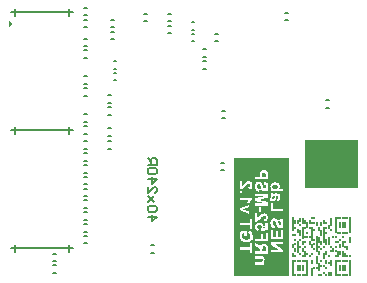
<source format=gbr>
%TF.GenerationSoftware,Altium Limited,Altium Designer,24.3.1 (35)*%
G04 Layer_Color=32896*
%FSLAX45Y45*%
%MOMM*%
%TF.SameCoordinates,49A6F1C3-9DA9-4727-8ECF-3BB51FF8743F*%
%TF.FilePolarity,Positive*%
%TF.FileFunction,Legend,Bot*%
%TF.Part,Single*%
G01*
G75*
%TA.AperFunction,NonConductor*%
%ADD41C,0.15000*%
%ADD47C,0.20000*%
%ADD48R,0.15001X0.20000*%
%ADD49R,0.15001X0.40000*%
%ADD50R,0.15001X0.60000*%
%ADD51R,0.15001X0.80000*%
%ADD52R,0.15001X1.00000*%
%ADD53R,0.14996X1.40000*%
%ADD54R,0.15001X1.40000*%
%ADD55R,0.15001X0.60005*%
%ADD56R,0.15001X1.20000*%
%ADD57R,0.14996X0.20000*%
%ADD58R,0.14996X0.60000*%
%ADD59R,0.14996X0.60005*%
G36*
X40000Y2329921D02*
X0Y2362079D01*
Y2297764D01*
X40000Y2329921D01*
D02*
G37*
G36*
X2085403Y1190000D02*
X2375000D01*
Y190000D01*
X2215614D01*
X2085403D01*
Y190000D01*
X1905001D01*
Y1190000D01*
X2085403D01*
Y1190000D01*
D02*
G37*
G36*
X2960000Y1213823D02*
Y1087270D01*
Y940000D01*
X2510000D01*
Y1087270D01*
Y1213823D01*
Y1340000D01*
X2960000D01*
Y1213823D01*
D02*
G37*
%LPC*%
G36*
X2192769Y1090622D02*
X2087308D01*
X2159393D01*
X2158707Y1090545D01*
X2157869D01*
X2156879Y1090469D01*
X2155812Y1090317D01*
X2154593Y1090164D01*
X2153373Y1090012D01*
X2152002Y1089783D01*
X2149259Y1089098D01*
X2146515Y1088259D01*
X2145220Y1087650D01*
X2143925Y1087040D01*
X2143848Y1086964D01*
X2143620Y1086888D01*
X2143315Y1086659D01*
X2142858Y1086431D01*
X2142324Y1086050D01*
X2141639Y1085669D01*
X2140191Y1084602D01*
X2138514Y1083306D01*
X2136762Y1081782D01*
X2135085Y1080030D01*
X2133561Y1078125D01*
X2133485Y1078049D01*
X2133409Y1077896D01*
X2133180Y1077591D01*
X2132952Y1077210D01*
X2132647Y1076677D01*
X2132266Y1076144D01*
X2131885Y1075458D01*
X2131504Y1074696D01*
X2130666Y1073019D01*
X2129828Y1071191D01*
X2129066Y1069209D01*
X2128532Y1067076D01*
Y1067000D01*
X2128456Y1066695D01*
X2128380Y1066314D01*
X2128304Y1065628D01*
X2128227Y1064866D01*
X2128075Y1063875D01*
X2127923Y1062809D01*
X2127846Y1061437D01*
X2127694Y1059989D01*
X2127542Y1058389D01*
X2127389Y1056560D01*
X2127313Y1054579D01*
X2127237Y1052445D01*
X2127161Y1050159D01*
X2127084Y1047645D01*
Y1031186D01*
X2087308D01*
Y1009926D01*
X2192769D01*
Y1047111D01*
X2192693Y1048712D01*
Y1050464D01*
X2192616Y1052369D01*
X2192540Y1054427D01*
X2192388Y1058694D01*
X2192235Y1060827D01*
X2192083Y1062885D01*
X2191931Y1064790D01*
X2191702Y1066542D01*
X2191473Y1068066D01*
X2191321Y1068676D01*
X2191169Y1069286D01*
Y1069362D01*
X2191016Y1069667D01*
X2190864Y1070200D01*
X2190711Y1070810D01*
X2190407Y1071572D01*
X2190026Y1072486D01*
X2189568Y1073477D01*
X2188959Y1074620D01*
X2188349Y1075763D01*
X2187587Y1076982D01*
X2186749Y1078201D01*
X2185835Y1079496D01*
X2184768Y1080792D01*
X2183549Y1082087D01*
X2182253Y1083306D01*
X2180805Y1084449D01*
X2180729Y1084526D01*
X2180424Y1084754D01*
X2179967Y1085059D01*
X2179358Y1085440D01*
X2178596Y1085897D01*
X2177605Y1086431D01*
X2176538Y1086964D01*
X2175243Y1087574D01*
X2173871Y1088107D01*
X2172347Y1088640D01*
X2170671Y1089174D01*
X2168842Y1089631D01*
X2166861Y1090088D01*
X2164803Y1090393D01*
X2162594Y1090545D01*
X2160308Y1090622D01*
X2192769D01*
D02*
G37*
G36*
X2194521Y992019D02*
D01*
Y949880D01*
X2194445Y950414D01*
Y951023D01*
X2194369Y951785D01*
X2194293Y953462D01*
X2194064Y955367D01*
X2193759Y957424D01*
X2193455Y959710D01*
X2192997Y962072D01*
X2192388Y964511D01*
X2191702Y967025D01*
X2190864Y969540D01*
X2189797Y971902D01*
X2188654Y974264D01*
X2187282Y976398D01*
X2185758Y978379D01*
X2185682Y978531D01*
X2185377Y978836D01*
X2184844Y979293D01*
X2184158Y979979D01*
X2183320Y980741D01*
X2182253Y981579D01*
X2181034Y982494D01*
X2179586Y983484D01*
X2178062Y984475D01*
X2176310Y985389D01*
X2174405Y986304D01*
X2172347Y987066D01*
X2170137Y987828D01*
X2167775Y988361D01*
X2165261Y988742D01*
X2162594Y988971D01*
X2161679Y967711D01*
X2161755D01*
X2162060Y967635D01*
X2162441Y967559D01*
X2162975Y967406D01*
X2163660Y967254D01*
X2164422Y967025D01*
X2165261Y966797D01*
X2166175Y966492D01*
X2168080Y965654D01*
X2169985Y964663D01*
X2171814Y963368D01*
X2172652Y962682D01*
X2173338Y961844D01*
X2173414Y961767D01*
X2173490Y961615D01*
X2173643Y961386D01*
X2173871Y961005D01*
X2174176Y960548D01*
X2174481Y959939D01*
X2174786Y959253D01*
X2175167Y958491D01*
X2175471Y957576D01*
X2175776Y956586D01*
X2176081Y955443D01*
X2176386Y954224D01*
X2176614Y952928D01*
X2176767Y951557D01*
X2176919Y949956D01*
Y947442D01*
X2176843Y946832D01*
X2176767Y946070D01*
X2176691Y945156D01*
X2176614Y944165D01*
X2176462Y943022D01*
X2176005Y940736D01*
X2175319Y938298D01*
X2174862Y937079D01*
X2174328Y935936D01*
X2173719Y934869D01*
X2173033Y933802D01*
X2172957Y933650D01*
X2172576Y933269D01*
X2172042Y932735D01*
X2171280Y932126D01*
X2170366Y931516D01*
X2169299Y930983D01*
X2168004Y930602D01*
X2167318Y930525D01*
X2166556Y930449D01*
X2166480D01*
X2166404D01*
X2165946Y930525D01*
X2165261Y930602D01*
X2164346Y930830D01*
X2163356Y931211D01*
X2162289Y931745D01*
X2161222Y932507D01*
X2160155Y933573D01*
Y933650D01*
X2160003Y933802D01*
X2159850Y934031D01*
X2159546Y934488D01*
X2159241Y935021D01*
X2158860Y935707D01*
X2158479Y936545D01*
X2158022Y937536D01*
X2157488Y938755D01*
X2156955Y940127D01*
X2156345Y941727D01*
X2155736Y943556D01*
X2155050Y945613D01*
X2154440Y947823D01*
X2153754Y950414D01*
X2153069Y953157D01*
Y953233D01*
X2152992Y953309D01*
Y953538D01*
X2152916Y953843D01*
X2152688Y954605D01*
X2152459Y955671D01*
X2152078Y956967D01*
X2151697Y958491D01*
X2151240Y960091D01*
X2150783Y961844D01*
X2150173Y963672D01*
X2149640Y965577D01*
X2148344Y969387D01*
X2147658Y971216D01*
X2146896Y972969D01*
X2146211Y974645D01*
X2145449Y976093D01*
X2145372Y976169D01*
X2145296Y976398D01*
X2145068Y976779D01*
X2144763Y977312D01*
X2144306Y977922D01*
X2143848Y978684D01*
X2143315Y979446D01*
X2142629Y980360D01*
X2141943Y981275D01*
X2141105Y982189D01*
X2140267Y983180D01*
X2139276Y984170D01*
X2137143Y986075D01*
X2135924Y986913D01*
X2134704Y987752D01*
X2134628Y987828D01*
X2134400Y987904D01*
X2134019Y988133D01*
X2133485Y988437D01*
X2132799Y988742D01*
X2132037Y989123D01*
X2131123Y989504D01*
X2130056Y989885D01*
X2128913Y990266D01*
X2127618Y990647D01*
X2126246Y991028D01*
X2124798Y991333D01*
X2123198Y991638D01*
X2121522Y991866D01*
X2119769Y991943D01*
X2117940Y992019D01*
X2194521D01*
X2117026D01*
X2116416Y991943D01*
X2115578Y991866D01*
X2114664Y991714D01*
X2113597Y991562D01*
X2112454Y991409D01*
X2111159Y991104D01*
X2109787Y990800D01*
X2108415Y990342D01*
X2106968Y989885D01*
X2105444Y989276D01*
X2103920Y988590D01*
X2102472Y987828D01*
X2100948Y986913D01*
X2100872Y986837D01*
X2100643Y986685D01*
X2100186Y986380D01*
X2099652Y985999D01*
X2099043Y985466D01*
X2098281Y984856D01*
X2097443Y984094D01*
X2096528Y983256D01*
X2095614Y982265D01*
X2094623Y981198D01*
X2093633Y980055D01*
X2092718Y978760D01*
X2091728Y977388D01*
X2090813Y975941D01*
X2089975Y974340D01*
X2089213Y972664D01*
X2089137Y972588D01*
X2089061Y972283D01*
X2088832Y971750D01*
X2088603Y970988D01*
X2088299Y970149D01*
X2087994Y969083D01*
X2087689Y967787D01*
X2087308Y966416D01*
X2086927Y964815D01*
X2086622Y963063D01*
X2086317Y961158D01*
X2086013Y959177D01*
X2085784Y957043D01*
X2085555Y954757D01*
X2085479Y952319D01*
X2085403Y949813D01*
Y948431D01*
X2085479Y947899D01*
Y947213D01*
X2085555Y946527D01*
X2085708Y944851D01*
X2085860Y942870D01*
X2086165Y940736D01*
X2086546Y938450D01*
X2087079Y936012D01*
X2087689Y933497D01*
X2088375Y930906D01*
X2089289Y928392D01*
X2090356Y925877D01*
X2091575Y923439D01*
X2093023Y921153D01*
X2094623Y919019D01*
X2094699Y918867D01*
X2095080Y918562D01*
X2095614Y918029D01*
X2096376Y917343D01*
X2097290Y916505D01*
X2098509Y915514D01*
X2099881Y914523D01*
X2101481Y913457D01*
X2103234Y912314D01*
X2105291Y911247D01*
X2107501Y910180D01*
X2109863Y909189D01*
X2112530Y908199D01*
X2115350Y907437D01*
X2118398Y906751D01*
X2121598Y906294D01*
X2123579Y927020D01*
X2123427D01*
X2123122Y927096D01*
X2122589Y927249D01*
X2121903Y927401D01*
X2120988Y927630D01*
X2119998Y927935D01*
X2118931Y928239D01*
X2117788Y928620D01*
X2115273Y929687D01*
X2113978Y930297D01*
X2112683Y930983D01*
X2111463Y931745D01*
X2110320Y932583D01*
X2109254Y933573D01*
X2108263Y934564D01*
X2108187Y934640D01*
X2108034Y934869D01*
X2107806Y935174D01*
X2107501Y935631D01*
X2107120Y936164D01*
X2106739Y936926D01*
X2106282Y937688D01*
X2105825Y938679D01*
X2105367Y939669D01*
X2104910Y940889D01*
X2104529Y942108D01*
X2104148Y943479D01*
X2103843Y945003D01*
X2103615Y946604D01*
X2103462Y948280D01*
X2103386Y950033D01*
Y951023D01*
X2103462Y951709D01*
X2103539Y952547D01*
X2103615Y953538D01*
X2103767Y954681D01*
X2103920Y955824D01*
X2104453Y958338D01*
X2104834Y959634D01*
X2105215Y960929D01*
X2105748Y962148D01*
X2106282Y963368D01*
X2106968Y964511D01*
X2107730Y965501D01*
X2107806Y965577D01*
X2107958Y965730D01*
X2108187Y965958D01*
X2108492Y966339D01*
X2108949Y966720D01*
X2109406Y967178D01*
X2110016Y967635D01*
X2110625Y968168D01*
X2112149Y969083D01*
X2113826Y969921D01*
X2114816Y970302D01*
X2115731Y970530D01*
X2116797Y970683D01*
X2117864Y970759D01*
X2117940D01*
X2118017D01*
X2118474D01*
X2119160Y970683D01*
X2120074Y970454D01*
X2121065Y970226D01*
X2122131Y969845D01*
X2123198Y969311D01*
X2124189Y968549D01*
X2124341Y968473D01*
X2124646Y968092D01*
X2125103Y967559D01*
X2125789Y966797D01*
X2126475Y965730D01*
X2127313Y964358D01*
X2128075Y962758D01*
X2128456Y961844D01*
X2128837Y960853D01*
Y960777D01*
X2128913Y960701D01*
X2128989Y960396D01*
X2129066Y960091D01*
X2129218Y959558D01*
X2129447Y958948D01*
X2129675Y958186D01*
X2129904Y957348D01*
X2130209Y956281D01*
X2130513Y955062D01*
X2130894Y953690D01*
X2131352Y952090D01*
X2131809Y950337D01*
X2132266Y948356D01*
X2132799Y946146D01*
X2133409Y943784D01*
Y943708D01*
X2133485Y943556D01*
Y943327D01*
X2133638Y943022D01*
X2133714Y942641D01*
X2133866Y942184D01*
X2134171Y941041D01*
X2134552Y939593D01*
X2135085Y937993D01*
X2135695Y936240D01*
X2136305Y934412D01*
X2137067Y932430D01*
X2137829Y930449D01*
X2138667Y928392D01*
X2139581Y926487D01*
X2140572Y924582D01*
X2141639Y922829D01*
X2142705Y921229D01*
X2143848Y919781D01*
X2143925Y919705D01*
X2144229Y919400D01*
X2144763Y918867D01*
X2145372Y918257D01*
X2146211Y917571D01*
X2147277Y916733D01*
X2148420Y915819D01*
X2149792Y914981D01*
X2151240Y914066D01*
X2152840Y913152D01*
X2154593Y912314D01*
X2156421Y911628D01*
X2158403Y911018D01*
X2160536Y910485D01*
X2162746Y910180D01*
X2165032Y910104D01*
X2165108D01*
X2165413D01*
X2165794D01*
X2166404Y910180D01*
X2167089Y910256D01*
X2167928Y910332D01*
X2168918Y910485D01*
X2169985Y910637D01*
X2171052Y910942D01*
X2172271Y911171D01*
X2173490Y911552D01*
X2174786Y912009D01*
X2176157Y912542D01*
X2177453Y913152D01*
X2178824Y913838D01*
X2180120Y914600D01*
X2180196Y914676D01*
X2180424Y914828D01*
X2180805Y915057D01*
X2181263Y915438D01*
X2181872Y915895D01*
X2182558Y916505D01*
X2183244Y917190D01*
X2184082Y917952D01*
X2184920Y918867D01*
X2185835Y919857D01*
X2186673Y920924D01*
X2187587Y922067D01*
X2188425Y923363D01*
X2189264Y924734D01*
X2190102Y926182D01*
X2190788Y927782D01*
X2190864Y927858D01*
X2190940Y928163D01*
X2191169Y928697D01*
X2191397Y929306D01*
X2191626Y930144D01*
X2192007Y931135D01*
X2192312Y932278D01*
X2192693Y933573D01*
X2192997Y935021D01*
X2193378Y936621D01*
X2193683Y938298D01*
X2193912Y940127D01*
X2194217Y942108D01*
X2194369Y944165D01*
X2194445Y946299D01*
X2194521Y948509D01*
Y906294D01*
D01*
D01*
Y992019D01*
D02*
G37*
G36*
X2322979Y984513D02*
Y930106D01*
X2284956D01*
X2285108Y930183D01*
X2285413Y930564D01*
X2285946Y931021D01*
X2286632Y931783D01*
X2287470Y932621D01*
X2288308Y933688D01*
X2289299Y934983D01*
X2290290Y936355D01*
X2291280Y937879D01*
X2292271Y939555D01*
X2293185Y941384D01*
X2293947Y943365D01*
X2294633Y945423D01*
X2295166Y947556D01*
X2295471Y949842D01*
X2295624Y952204D01*
Y952814D01*
X2295547Y953576D01*
X2295471Y954567D01*
X2295319Y955710D01*
X2295090Y957157D01*
X2294785Y958681D01*
X2294328Y960358D01*
X2293795Y962187D01*
X2293185Y964015D01*
X2292347Y965920D01*
X2291356Y967902D01*
X2290213Y969807D01*
X2288842Y971788D01*
X2287242Y973617D01*
X2285489Y975369D01*
X2285337Y975445D01*
X2285032Y975750D01*
X2284422Y976207D01*
X2283584Y976817D01*
X2282593Y977503D01*
X2281298Y978265D01*
X2279774Y979103D01*
X2278098Y979941D01*
X2276116Y980779D01*
X2273983Y981618D01*
X2271544Y982380D01*
X2268954Y983065D01*
X2266134Y983675D01*
X2263162Y984132D01*
X2259886Y984437D01*
X2256457Y984513D01*
X2255161D01*
X2254552Y984437D01*
X2253942D01*
X2253256Y984361D01*
X2251580Y984208D01*
X2249675Y984056D01*
X2247618Y983751D01*
X2245332Y983370D01*
X2242969Y982837D01*
X2240455Y982227D01*
X2237940Y981465D01*
X2235502Y980551D01*
X2232987Y979484D01*
X2230625Y978265D01*
X2228339Y976817D01*
X2226282Y975141D01*
X2226129Y975064D01*
X2225824Y974683D01*
X2225291Y974226D01*
X2224605Y973464D01*
X2223843Y972550D01*
X2222929Y971483D01*
X2222014Y970264D01*
X2221024Y968816D01*
X2220033Y967292D01*
X2219119Y965539D01*
X2218204Y963634D01*
X2217442Y961653D01*
X2216757Y959520D01*
X2216223Y957310D01*
X2215918Y954948D01*
X2215766Y952509D01*
Y952547D01*
Y951900D01*
X2215842Y951366D01*
Y950833D01*
X2215918Y950071D01*
X2216071Y949309D01*
X2216147Y948471D01*
X2216604Y946489D01*
X2217138Y944280D01*
X2217976Y941917D01*
X2218433Y940774D01*
X2219043Y939555D01*
X2219119Y939479D01*
X2219195Y939250D01*
X2219424Y938946D01*
X2219652Y938488D01*
X2220033Y937955D01*
X2220414Y937345D01*
X2220948Y936583D01*
X2221481Y935821D01*
X2222853Y934145D01*
X2224529Y932316D01*
X2226434Y930411D01*
X2228720Y928659D01*
X2217519D01*
Y909913D01*
X2215766D01*
X2322979D01*
Y984513D01*
D02*
G37*
G36*
X2062939Y995753D02*
X1957097D01*
Y924887D01*
X1957250D01*
X1957555Y924963D01*
X1958164Y925039D01*
X1958926Y925191D01*
X1959841Y925344D01*
X1960984Y925572D01*
X1962203Y925801D01*
X1963574Y926182D01*
X1965098Y926563D01*
X1966699Y927096D01*
X1968299Y927630D01*
X1970051Y928239D01*
X1971804Y929001D01*
X1973633Y929840D01*
X1975385Y930754D01*
X1977214Y931745D01*
X1977290Y931821D01*
X1977671Y932049D01*
X1978205Y932430D01*
X1978967Y932888D01*
X1979881Y933573D01*
X1981024Y934488D01*
X1982396Y935555D01*
X1983920Y936774D01*
X1985672Y938222D01*
X1987577Y939822D01*
X1989635Y941727D01*
X1991921Y943784D01*
X1994359Y946146D01*
X1996874Y948661D01*
X1999617Y951480D01*
X2002513Y954528D01*
X2002589Y954605D01*
X2002665Y954681D01*
X2003046Y955138D01*
X2003732Y955824D01*
X2004570Y956738D01*
X2005637Y957805D01*
X2006780Y959024D01*
X2008075Y960320D01*
X2009447Y961767D01*
X2012342Y964587D01*
X2013714Y966035D01*
X2015162Y967330D01*
X2016457Y968625D01*
X2017676Y969692D01*
X2018819Y970607D01*
X2019734Y971292D01*
X2019810Y971369D01*
X2020039Y971445D01*
X2020343Y971673D01*
X2020801Y971978D01*
X2021410Y972283D01*
X2022020Y972588D01*
X2022782Y972969D01*
X2023620Y973426D01*
X2025525Y974188D01*
X2027582Y974798D01*
X2029868Y975331D01*
X2031011Y975407D01*
X2032154Y975483D01*
X2032231D01*
X2032459D01*
X2032764D01*
X2033297Y975407D01*
X2033831D01*
X2034440Y975331D01*
X2035964Y975026D01*
X2037641Y974569D01*
X2039393Y973959D01*
X2040994Y973045D01*
X2041832Y972435D01*
X2042518Y971826D01*
X2042594Y971750D01*
X2042670Y971673D01*
X2042822Y971445D01*
X2043127Y971140D01*
X2043356Y970759D01*
X2043661Y970302D01*
X2044042Y969768D01*
X2044346Y969235D01*
X2045032Y967787D01*
X2045642Y966035D01*
X2046023Y964053D01*
X2046099Y962910D01*
X2046175Y961767D01*
Y961158D01*
X2046099Y960701D01*
Y960167D01*
X2045947Y959558D01*
X2045718Y958110D01*
X2045261Y956510D01*
X2044575Y954757D01*
X2044118Y953995D01*
X2043661Y953157D01*
X2043051Y952395D01*
X2042365Y951633D01*
X2042289Y951557D01*
X2042213Y951480D01*
X2041984Y951252D01*
X2041603Y951023D01*
X2041222Y950718D01*
X2040689Y950414D01*
X2040079Y950109D01*
X2039393Y949728D01*
X2038555Y949347D01*
X2037641Y948966D01*
X2036574Y948585D01*
X2035431Y948280D01*
X2034136Y947975D01*
X2032764Y947670D01*
X2031316Y947518D01*
X2029716Y947366D01*
X2031697Y927249D01*
X2031773D01*
X2031926D01*
X2032154Y927325D01*
X2032459D01*
X2032840Y927401D01*
X2033297Y927477D01*
X2034440Y927706D01*
X2035812Y927935D01*
X2037336Y928316D01*
X2039089Y928773D01*
X2040917Y929306D01*
X2042899Y929992D01*
X2044880Y930754D01*
X2046861Y931668D01*
X2048842Y932735D01*
X2050747Y933878D01*
X2052500Y935250D01*
X2054176Y936774D01*
X2055624Y938450D01*
X2055700Y938526D01*
X2055929Y938907D01*
X2056310Y939441D01*
X2056767Y940127D01*
X2057300Y941117D01*
X2057910Y942184D01*
X2058596Y943556D01*
X2059282Y945003D01*
X2059967Y946604D01*
X2060653Y948432D01*
X2061263Y950414D01*
X2061796Y952471D01*
X2062253Y954757D01*
X2062634Y957119D01*
X2062863Y959634D01*
X2062939Y962225D01*
Y928392D01*
Y995753D01*
D02*
G37*
G36*
X1977290Y911094D02*
X1957097D01*
Y890901D01*
X1977290D01*
Y911094D01*
D02*
G37*
G36*
X2295624Y895283D02*
D01*
Y860079D01*
X2295547Y860993D01*
Y862136D01*
X2295471Y863431D01*
X2295395Y864879D01*
X2295243Y866403D01*
X2295090Y868003D01*
X2294862Y869680D01*
X2294252Y873033D01*
X2293947Y874633D01*
X2293490Y876233D01*
X2292957Y877681D01*
X2292423Y878976D01*
Y879052D01*
X2292271Y879281D01*
X2292118Y879586D01*
X2291814Y880043D01*
X2291509Y880576D01*
X2291128Y881186D01*
X2290213Y882634D01*
X2288994Y884158D01*
X2287623Y885682D01*
X2286022Y887130D01*
X2285184Y887739D01*
X2284270Y888273D01*
X2284194D01*
X2284041Y888425D01*
X2283736Y888501D01*
X2283279Y888730D01*
X2282746Y888882D01*
X2281984Y889111D01*
X2281146Y889416D01*
X2280155Y889644D01*
X2279012Y889873D01*
X2277640Y890178D01*
X2276193Y890406D01*
X2274516Y890559D01*
X2272687Y890787D01*
X2270706Y890863D01*
X2268496Y891016D01*
X2266134D01*
X2242588Y890711D01*
X2242512D01*
X2242131D01*
X2241598D01*
X2240912D01*
X2240074D01*
X2239159Y890787D01*
X2238093D01*
X2236950Y890863D01*
X2234511Y890940D01*
X2232073Y891092D01*
X2230854Y891168D01*
X2229711Y891321D01*
X2228720Y891473D01*
X2227729Y891625D01*
X2227653D01*
X2227501Y891702D01*
X2227272D01*
X2226891Y891854D01*
X2226434Y891930D01*
X2225901Y892083D01*
X2224681Y892464D01*
X2223157Y892921D01*
X2221405Y893607D01*
X2219500Y894369D01*
X2217519Y895283D01*
Y875319D01*
X2217595D01*
X2217900Y875166D01*
X2218357Y875014D01*
X2219043Y874785D01*
X2219881Y874480D01*
X2220871Y874099D01*
X2222091Y873718D01*
X2223462Y873337D01*
X2223538D01*
X2223767Y873261D01*
X2224072Y873185D01*
X2224453Y873033D01*
X2225215Y872804D01*
X2225520Y872728D01*
X2225824Y872652D01*
X2225748Y872575D01*
X2225596Y872423D01*
X2225367Y872118D01*
X2224986Y871737D01*
X2224605Y871280D01*
X2224072Y870670D01*
X2223538Y870061D01*
X2223005Y869299D01*
X2221786Y867699D01*
X2220490Y865794D01*
X2219347Y863736D01*
X2218281Y861526D01*
Y861450D01*
X2218204Y861298D01*
X2218052Y860917D01*
X2217900Y860536D01*
X2217671Y859926D01*
X2217519Y859317D01*
X2217290Y858555D01*
X2217061Y857793D01*
X2216757Y856878D01*
X2216528Y855888D01*
X2216147Y853754D01*
X2215842Y851392D01*
X2215766Y848953D01*
Y823579D01*
Y848420D01*
X2215842Y847810D01*
Y846972D01*
X2215995Y845982D01*
X2216071Y844839D01*
X2216299Y843619D01*
X2216604Y842172D01*
X2216909Y840724D01*
X2217366Y839200D01*
X2217823Y837676D01*
X2218433Y836152D01*
X2219195Y834628D01*
X2220033Y833104D01*
X2221024Y831656D01*
X2222167Y830361D01*
X2222243Y830284D01*
X2222472Y830056D01*
X2222853Y829751D01*
X2223310Y829294D01*
X2223919Y828760D01*
X2224681Y828227D01*
X2225596Y827617D01*
X2226586Y827008D01*
X2227729Y826322D01*
X2228949Y825712D01*
X2230244Y825179D01*
X2231692Y824646D01*
X2233216Y824188D01*
X2234816Y823884D01*
X2236569Y823655D01*
X2238321Y823579D01*
X2215766D01*
X2295624D01*
Y895283D01*
D02*
G37*
G36*
X2062939Y856383D02*
X1957097D01*
Y836190D01*
X2033221D01*
X2033069Y836037D01*
X2032764Y835656D01*
X2032231Y835047D01*
X2031545Y834209D01*
X2030707Y833142D01*
X2029716Y831846D01*
X2028573Y830399D01*
X2027430Y828722D01*
X2026211Y826893D01*
X2024915Y824912D01*
X2023620Y822779D01*
X2022401Y820493D01*
X2021182Y818054D01*
X2019962Y815463D01*
X2018896Y812796D01*
X2017905Y810053D01*
X2036269D01*
Y810129D01*
X2036422Y810434D01*
X2036574Y810815D01*
X2036803Y811425D01*
X2037107Y812187D01*
X2037412Y813025D01*
X2037869Y814016D01*
X2038403Y815159D01*
X2039089Y816378D01*
X2039774Y817673D01*
X2040536Y819121D01*
X2041451Y820569D01*
X2042441Y822169D01*
X2043508Y823769D01*
X2044727Y825446D01*
X2046023Y827198D01*
X2046099Y827274D01*
X2046328Y827579D01*
X2046785Y828113D01*
X2047318Y828722D01*
X2048004Y829484D01*
X2048842Y830322D01*
X2049757Y831237D01*
X2050823Y832304D01*
X2052043Y833294D01*
X2053338Y834361D01*
X2054710Y835428D01*
X2056234Y836495D01*
X2057758Y837485D01*
X2059434Y838400D01*
X2061187Y839238D01*
X2062939Y839924D01*
Y836380D01*
D01*
Y856383D01*
D02*
G37*
G36*
X2192769Y890444D02*
X2087308D01*
Y870708D01*
X2170290Y870632D01*
X2087308Y849753D01*
Y829256D01*
X2170290Y808453D01*
X2087308D01*
Y788717D01*
X2192769D01*
Y820569D01*
X2120760Y839619D01*
X2192769Y858440D01*
Y833142D01*
Y890444D01*
D02*
G37*
G36*
X2062939Y836304D02*
Y810053D01*
D01*
Y836304D01*
D02*
G37*
G36*
X2322065Y813825D02*
Y760866D01*
X2235349D01*
Y813825D01*
X2217519D01*
Y739606D01*
X2322065D01*
Y813825D01*
D02*
G37*
G36*
X2135619Y777211D02*
X2115426D01*
Y737511D01*
X2135619D01*
Y777211D01*
D02*
G37*
G36*
X2033526Y796642D02*
X1957097D01*
D01*
X2033526D01*
X1957097Y766314D01*
Y748103D01*
X2033526Y717318D01*
D01*
Y796642D01*
D02*
G37*
G36*
X2163737Y721814D02*
X2162517D01*
X2161908Y721737D01*
X2161146Y721661D01*
X2160308Y721585D01*
X2159393Y721509D01*
X2157336Y721204D01*
X2155050Y720747D01*
X2152611Y720061D01*
X2150173Y719223D01*
X2150097D01*
X2149868Y719070D01*
X2149563Y718918D01*
X2149030Y718766D01*
X2148497Y718461D01*
X2147811Y718080D01*
X2146973Y717699D01*
X2146134Y717242D01*
X2145144Y716708D01*
X2144077Y716099D01*
X2141791Y714727D01*
X2139353Y713051D01*
X2136762Y711146D01*
X2136686Y711069D01*
X2136533Y710993D01*
X2136305Y710765D01*
X2135924Y710460D01*
X2135390Y710003D01*
X2134781Y709469D01*
X2134095Y708860D01*
X2133333Y708098D01*
X2132418Y707259D01*
X2131428Y706269D01*
X2130285Y705202D01*
X2129066Y703983D01*
X2127770Y702687D01*
X2126399Y701240D01*
X2124875Y699639D01*
X2123274Y697887D01*
X2123198Y697811D01*
X2122893Y697506D01*
X2122436Y696972D01*
X2121827Y696363D01*
X2121141Y695601D01*
X2120379Y694686D01*
X2119464Y693772D01*
X2118550Y692781D01*
X2116569Y690724D01*
X2114664Y688667D01*
X2113749Y687752D01*
X2112987Y686990D01*
X2112225Y686228D01*
X2111616Y685695D01*
X2111463Y685619D01*
X2111159Y685314D01*
X2110549Y684780D01*
X2109863Y684247D01*
X2109025Y683561D01*
X2108034Y682875D01*
X2107044Y682190D01*
X2106053Y681580D01*
Y721814D01*
X2128326D01*
X2087308D01*
Y650948D01*
X2087460D01*
X2087765Y651024D01*
X2088375Y651100D01*
X2089137Y651252D01*
X2090051Y651405D01*
X2091194Y651633D01*
X2092413Y651862D01*
X2093785Y652243D01*
X2095309Y652624D01*
X2096909Y653157D01*
X2098509Y653691D01*
X2100262Y654300D01*
X2102015Y655062D01*
X2103843Y655901D01*
X2105596Y656815D01*
X2107425Y657806D01*
X2107501Y657882D01*
X2107882Y658110D01*
X2108415Y658491D01*
X2109177Y658949D01*
X2110092Y659634D01*
X2111235Y660549D01*
X2112606Y661616D01*
X2114130Y662835D01*
X2115883Y664283D01*
X2117788Y665883D01*
X2119845Y667788D01*
X2122131Y669845D01*
X2124570Y672207D01*
X2127084Y674722D01*
X2129828Y677541D01*
X2132723Y680589D01*
X2132799Y680666D01*
X2132876Y680742D01*
X2133257Y681199D01*
X2133942Y681885D01*
X2134781Y682799D01*
X2135847Y683866D01*
X2136990Y685085D01*
X2138286Y686381D01*
X2139657Y687828D01*
X2142553Y690648D01*
X2143925Y692096D01*
X2145372Y693391D01*
X2146668Y694686D01*
X2147887Y695753D01*
X2149030Y696668D01*
X2149944Y697353D01*
X2150021Y697430D01*
X2150249Y697506D01*
X2150554Y697734D01*
X2151011Y698039D01*
X2151621Y698344D01*
X2152230Y698649D01*
X2152992Y699030D01*
X2153831Y699487D01*
X2155736Y700249D01*
X2157793Y700859D01*
X2160079Y701392D01*
X2161222Y701468D01*
X2162365Y701544D01*
X2162441D01*
X2162670D01*
X2162975D01*
X2163508Y701468D01*
X2164041D01*
X2164651Y701392D01*
X2166175Y701087D01*
X2167851Y700630D01*
X2169604Y700020D01*
X2171204Y699106D01*
X2172042Y698496D01*
X2172728Y697887D01*
X2172804Y697811D01*
X2172881Y697734D01*
X2173033Y697506D01*
X2173338Y697201D01*
X2173566Y696820D01*
X2173871Y696363D01*
X2174252Y695829D01*
X2174557Y695296D01*
X2175243Y693848D01*
X2175852Y692096D01*
X2176233Y690114D01*
X2176310Y688971D01*
X2176386Y687828D01*
Y687219D01*
X2176310Y686762D01*
Y686228D01*
X2176157Y685619D01*
X2175929Y684171D01*
X2175471Y682571D01*
X2174786Y680818D01*
X2174328Y680056D01*
X2173871Y679218D01*
X2173262Y678456D01*
X2172576Y677694D01*
X2172500Y677618D01*
X2172423Y677541D01*
X2172195Y677313D01*
X2171814Y677084D01*
X2171433Y676779D01*
X2170899Y676475D01*
X2170290Y676170D01*
X2169604Y675789D01*
X2168766Y675408D01*
X2167851Y675027D01*
X2166785Y674646D01*
X2165642Y674341D01*
X2164346Y674036D01*
X2162975Y673731D01*
X2161527Y673579D01*
X2159927Y673427D01*
X2161908Y653310D01*
X2161984D01*
X2162136D01*
X2162365Y653386D01*
X2162670D01*
X2163051Y653462D01*
X2163508Y653538D01*
X2164651Y653767D01*
X2166023Y653996D01*
X2167547Y654377D01*
X2169299Y654834D01*
X2171128Y655367D01*
X2173109Y656053D01*
X2175090Y656815D01*
X2177072Y657729D01*
X2179053Y658796D01*
X2180958Y659939D01*
X2182710Y661311D01*
X2184387Y662835D01*
X2185835Y664511D01*
X2185911Y664587D01*
X2186139Y664968D01*
X2186520Y665502D01*
X2186978Y666188D01*
X2187511Y667178D01*
X2188121Y668245D01*
X2188806Y669617D01*
X2189492Y671064D01*
X2190178Y672665D01*
X2190864Y674493D01*
X2191473Y676475D01*
X2192007Y678532D01*
X2192464Y680818D01*
X2192845Y683180D01*
X2193074Y685695D01*
X2193150Y688286D01*
Y688971D01*
X2193074Y689810D01*
X2192997Y690876D01*
X2192921Y692172D01*
X2192693Y693696D01*
X2192464Y695372D01*
X2192083Y697201D01*
X2191626Y699106D01*
X2191092Y701163D01*
X2190407Y703221D01*
X2189568Y705202D01*
X2188578Y707259D01*
X2187511Y709241D01*
X2186216Y711069D01*
X2184692Y712822D01*
X2184615Y712898D01*
X2184311Y713203D01*
X2183853Y713660D01*
X2183168Y714194D01*
X2182329Y714879D01*
X2181415Y715641D01*
X2180196Y716480D01*
X2178900Y717318D01*
X2177453Y718156D01*
X2175929Y718994D01*
X2174176Y719756D01*
X2172347Y720442D01*
X2170366Y720975D01*
X2168232Y721433D01*
X2166023Y721737D01*
X2163737Y721814D01*
D02*
G37*
G36*
X2324732Y680247D02*
D01*
Y638108D01*
X2324656Y638641D01*
Y639251D01*
X2324580Y640013D01*
X2324503Y641689D01*
X2324275Y643594D01*
X2323970Y645652D01*
X2323665Y647938D01*
X2323208Y650300D01*
X2322598Y652738D01*
X2321913Y655253D01*
X2321074Y657768D01*
X2320008Y660130D01*
X2318865Y662492D01*
X2317493Y664626D01*
X2315969Y666607D01*
X2315893Y666759D01*
X2315588Y667064D01*
X2315055Y667521D01*
X2314369Y668207D01*
X2313531Y668969D01*
X2312464Y669807D01*
X2311245Y670722D01*
X2309797Y671712D01*
X2308273Y672703D01*
X2306520Y673617D01*
X2304615Y674532D01*
X2302558Y675294D01*
X2300348Y676056D01*
X2297986Y676589D01*
X2295471Y676970D01*
X2292804Y677199D01*
X2291890Y655939D01*
X2291966D01*
X2292271Y655863D01*
X2292652Y655786D01*
X2293185Y655634D01*
X2293871Y655482D01*
X2294633Y655253D01*
X2295471Y655024D01*
X2296386Y654720D01*
X2298291Y653881D01*
X2300196Y652891D01*
X2302024Y651595D01*
X2302863Y650910D01*
X2303548Y650071D01*
X2303625Y649995D01*
X2303701Y649843D01*
X2303853Y649614D01*
X2304082Y649233D01*
X2304387Y648776D01*
X2304691Y648166D01*
X2304996Y647481D01*
X2305377Y646719D01*
X2305682Y645804D01*
X2305987Y644814D01*
X2306292Y643671D01*
X2306596Y642451D01*
X2306825Y641156D01*
X2306977Y639784D01*
X2307130Y638184D01*
Y635670D01*
X2307054Y635060D01*
X2306977Y634298D01*
X2306901Y633384D01*
X2306825Y632393D01*
X2306673Y631250D01*
X2306215Y628964D01*
X2305530Y626526D01*
X2305072Y625306D01*
X2304539Y624163D01*
X2303929Y623097D01*
X2303244Y622030D01*
X2303167Y621877D01*
X2302786Y621496D01*
X2302253Y620963D01*
X2301491Y620353D01*
X2300577Y619744D01*
X2299510Y619210D01*
X2298214Y618829D01*
X2297529Y618753D01*
X2296767Y618677D01*
X2296690D01*
X2296614D01*
X2296157Y618753D01*
X2295471Y618829D01*
X2294557Y619058D01*
X2293566Y619439D01*
X2292499Y619972D01*
X2291433Y620734D01*
X2290366Y621801D01*
Y621877D01*
X2290213Y622030D01*
X2290061Y622258D01*
X2289756Y622716D01*
X2289451Y623249D01*
X2289070Y623935D01*
X2288689Y624773D01*
X2288232Y625764D01*
X2287699Y626983D01*
X2287165Y628354D01*
X2286556Y629955D01*
X2285946Y631783D01*
X2285260Y633841D01*
X2284651Y636051D01*
X2283965Y638641D01*
X2283279Y641385D01*
Y641461D01*
X2283203Y641537D01*
Y641766D01*
X2283127Y642070D01*
X2282898Y642832D01*
X2282670Y643899D01*
X2282289Y645195D01*
X2281908Y646719D01*
X2281450Y648319D01*
X2280993Y650071D01*
X2280384Y651900D01*
X2279850Y653805D01*
X2278555Y657615D01*
X2277869Y659444D01*
X2277107Y661197D01*
X2276421Y662873D01*
X2275659Y664321D01*
X2275583Y664397D01*
X2275507Y664626D01*
X2275278Y665007D01*
X2274973Y665540D01*
X2274516Y666150D01*
X2274059Y666912D01*
X2273526Y667674D01*
X2272840Y668588D01*
X2272154Y669502D01*
X2271316Y670417D01*
X2270478Y671407D01*
X2269487Y672398D01*
X2267353Y674303D01*
X2266134Y675141D01*
X2264915Y675979D01*
X2264839Y676056D01*
X2264610Y676132D01*
X2264229Y676360D01*
X2263696Y676665D01*
X2263010Y676970D01*
X2262248Y677351D01*
X2261334Y677732D01*
X2260267Y678113D01*
X2259124Y678494D01*
X2257828Y678875D01*
X2256457Y679256D01*
X2255009Y679561D01*
X2253409Y679866D01*
X2251732Y680094D01*
X2249980Y680170D01*
X2248151Y680247D01*
X2324732D01*
X2247237D01*
X2246627Y680170D01*
X2245789Y680094D01*
X2244874Y679942D01*
X2243808Y679789D01*
X2242665Y679637D01*
X2241369Y679332D01*
X2239998Y679027D01*
X2238626Y678570D01*
X2237178Y678113D01*
X2235654Y677503D01*
X2234130Y676818D01*
X2232682Y676056D01*
X2231158Y675141D01*
X2231082Y675065D01*
X2230854Y674913D01*
X2230396Y674608D01*
X2229863Y674227D01*
X2229253Y673693D01*
X2228491Y673084D01*
X2227653Y672322D01*
X2226739Y671484D01*
X2225824Y670493D01*
X2224834Y669426D01*
X2223843Y668283D01*
X2222929Y666988D01*
X2221938Y665616D01*
X2221024Y664168D01*
X2220186Y662568D01*
X2219424Y660892D01*
X2219347Y660816D01*
X2219271Y660511D01*
X2219043Y659977D01*
X2218814Y659215D01*
X2218509Y658377D01*
X2218204Y657310D01*
X2217900Y656015D01*
X2217519Y654643D01*
X2217138Y653043D01*
X2216833Y651291D01*
X2216528Y649386D01*
X2216223Y647404D01*
X2215995Y645271D01*
X2215766Y642985D01*
X2215690Y640546D01*
X2215614Y638032D01*
Y636660D01*
X2215690Y636127D01*
Y635441D01*
X2215766Y634755D01*
X2215918Y633079D01*
X2216071Y631098D01*
X2216376Y628964D01*
X2216757Y626678D01*
X2217290Y624240D01*
X2217900Y621725D01*
X2218585Y619134D01*
X2219500Y616620D01*
X2220567Y614105D01*
X2221786Y611667D01*
X2223234Y609381D01*
X2224834Y607247D01*
X2224910Y607095D01*
X2225291Y606790D01*
X2225824Y606256D01*
X2226586Y605571D01*
X2227501Y604732D01*
X2228720Y603742D01*
X2230092Y602751D01*
X2231692Y601684D01*
X2233444Y600541D01*
X2235502Y599475D01*
X2237712Y598408D01*
X2240074Y597417D01*
X2242741Y596427D01*
X2245560Y595665D01*
X2248608Y594979D01*
X2251809Y594522D01*
X2253790Y615248D01*
X2253637D01*
X2253333Y615324D01*
X2252799Y615477D01*
X2252113Y615629D01*
X2251199Y615858D01*
X2250208Y616162D01*
X2249142Y616467D01*
X2247999Y616848D01*
X2245484Y617915D01*
X2244189Y618525D01*
X2242893Y619210D01*
X2241674Y619972D01*
X2240531Y620811D01*
X2239464Y621801D01*
X2238474Y622792D01*
X2238397Y622868D01*
X2238245Y623097D01*
X2238016Y623401D01*
X2237712Y623859D01*
X2237331Y624392D01*
X2236950Y625154D01*
X2236492Y625916D01*
X2236035Y626907D01*
X2235578Y627897D01*
X2235121Y629116D01*
X2234740Y630336D01*
X2234359Y631707D01*
X2234054Y633231D01*
X2233825Y634831D01*
X2233673Y636508D01*
X2233597Y638260D01*
Y639251D01*
X2233673Y639937D01*
X2233749Y640775D01*
X2233825Y641766D01*
X2233978Y642909D01*
X2234130Y644052D01*
X2234664Y646566D01*
X2235045Y647862D01*
X2235426Y649157D01*
X2235959Y650376D01*
X2236492Y651595D01*
X2237178Y652738D01*
X2237940Y653729D01*
X2238016Y653805D01*
X2238169Y653958D01*
X2238397Y654186D01*
X2238702Y654567D01*
X2239159Y654948D01*
X2239617Y655405D01*
X2240226Y655863D01*
X2240836Y656396D01*
X2242360Y657310D01*
X2244036Y658149D01*
X2245027Y658530D01*
X2245941Y658758D01*
X2247008Y658911D01*
X2248075Y658987D01*
X2248151D01*
X2248227D01*
X2248684D01*
X2249370Y658911D01*
X2250285Y658682D01*
X2251275Y658453D01*
X2252342Y658072D01*
X2253409Y657539D01*
X2254399Y656777D01*
X2254552Y656701D01*
X2254857Y656320D01*
X2255314Y655786D01*
X2256000Y655024D01*
X2256685Y653958D01*
X2257524Y652586D01*
X2258286Y650986D01*
X2258667Y650071D01*
X2259048Y649081D01*
Y649005D01*
X2259124Y648928D01*
X2259200Y648624D01*
X2259276Y648319D01*
X2259429Y647785D01*
X2259657Y647176D01*
X2259886Y646414D01*
X2260114Y645576D01*
X2260419Y644509D01*
X2260724Y643290D01*
X2261105Y641918D01*
X2261562Y640318D01*
X2262019Y638565D01*
X2262477Y636584D01*
X2263010Y634374D01*
X2263620Y632012D01*
Y631936D01*
X2263696Y631783D01*
Y631555D01*
X2263848Y631250D01*
X2263924Y630869D01*
X2264077Y630412D01*
X2264382Y629269D01*
X2264763Y627821D01*
X2265296Y626221D01*
X2265906Y624468D01*
X2266515Y622639D01*
X2267277Y620658D01*
X2268039Y618677D01*
X2268877Y616620D01*
X2269792Y614715D01*
X2270782Y612810D01*
X2271849Y611057D01*
X2272916Y609457D01*
X2274059Y608009D01*
X2274135Y607933D01*
X2274440Y607628D01*
X2274973Y607095D01*
X2275583Y606485D01*
X2276421Y605799D01*
X2277488Y604961D01*
X2278631Y604047D01*
X2280003Y603208D01*
X2281450Y602294D01*
X2283051Y601380D01*
X2284803Y600541D01*
X2286632Y599856D01*
X2288613Y599246D01*
X2290747Y598713D01*
X2292957Y598408D01*
X2295243Y598332D01*
X2295319D01*
X2295624D01*
X2296005D01*
X2296614Y598408D01*
X2297300Y598484D01*
X2298138Y598560D01*
X2299129Y598713D01*
X2300196Y598865D01*
X2301262Y599170D01*
X2302482Y599398D01*
X2303701Y599779D01*
X2304996Y600237D01*
X2306368Y600770D01*
X2307663Y601380D01*
X2309035Y602065D01*
X2310330Y602827D01*
X2310406Y602904D01*
X2310635Y603056D01*
X2311016Y603285D01*
X2311473Y603666D01*
X2312083Y604123D01*
X2312769Y604732D01*
X2313454Y605418D01*
X2314293Y606180D01*
X2315131Y607095D01*
X2316045Y608085D01*
X2316883Y609152D01*
X2317798Y610295D01*
X2318636Y611590D01*
X2319474Y612962D01*
X2320312Y614410D01*
X2320998Y616010D01*
X2321074Y616086D01*
X2321151Y616391D01*
X2321379Y616924D01*
X2321608Y617534D01*
X2321836Y618372D01*
X2322217Y619363D01*
X2322522Y620506D01*
X2322903Y621801D01*
X2323208Y623249D01*
X2323589Y624849D01*
X2323894Y626526D01*
X2324122Y628354D01*
X2324427Y630336D01*
X2324580Y632393D01*
X2324656Y634527D01*
X2324732Y636736D01*
Y594522D01*
D01*
D01*
Y680247D01*
D02*
G37*
G36*
X2062558Y672665D02*
X1957097D01*
D01*
X2044727D01*
Y641423D01*
X1957097D01*
Y620163D01*
X2044727D01*
Y588845D01*
X2062558D01*
Y672665D01*
D02*
G37*
G36*
X2191397Y642794D02*
X2085479D01*
X2122055D01*
X2121369Y642718D01*
X2120455Y642642D01*
X2119312Y642566D01*
X2118017Y642413D01*
X2116493Y642185D01*
X2114892Y641880D01*
X2113140Y641423D01*
X2111235Y640965D01*
X2109330Y640356D01*
X2107349Y639594D01*
X2105367Y638679D01*
X2103386Y637689D01*
X2101405Y636546D01*
X2099424Y635174D01*
X2099271Y635022D01*
X2098814Y634717D01*
X2098128Y634107D01*
X2097214Y633269D01*
X2096223Y632279D01*
X2095004Y630983D01*
X2093785Y629459D01*
X2092490Y627783D01*
X2091118Y625878D01*
X2089899Y623744D01*
X2088680Y621382D01*
X2087689Y618867D01*
X2086775Y616124D01*
X2086089Y613152D01*
X2085632Y610028D01*
X2085555Y608352D01*
X2085479Y606675D01*
Y606066D01*
X2085555Y605304D01*
X2085632Y604237D01*
X2085708Y603018D01*
X2085860Y601570D01*
X2086165Y599970D01*
X2086470Y598217D01*
X2086851Y596388D01*
X2087384Y594483D01*
X2087994Y592502D01*
X2088756Y590521D01*
X2089670Y588540D01*
X2090661Y586559D01*
X2091880Y584654D01*
X2093252Y582901D01*
X2093328Y582825D01*
X2093633Y582520D01*
X2094090Y582063D01*
X2094699Y581453D01*
X2095461Y580691D01*
X2096452Y579929D01*
X2097519Y579015D01*
X2098814Y578100D01*
X2100262Y577110D01*
X2101862Y576195D01*
X2103539Y575281D01*
X2105444Y574367D01*
X2107425Y573605D01*
X2109635Y572919D01*
X2111844Y572309D01*
X2114283Y571928D01*
D01*
X2116416Y592045D01*
X2116340D01*
X2116112Y592121D01*
X2115731D01*
X2115273Y592274D01*
X2114740Y592350D01*
X2114054Y592502D01*
X2112530Y592959D01*
X2110778Y593645D01*
X2108949Y594560D01*
X2107196Y595626D01*
X2106358Y596312D01*
X2105596Y597074D01*
X2105520Y597150D01*
X2105444Y597303D01*
X2105215Y597531D01*
X2104986Y597836D01*
X2104682Y598217D01*
X2104377Y598751D01*
X2103615Y599894D01*
X2102853Y601341D01*
X2102243Y603018D01*
X2101786Y604923D01*
X2101710Y605913D01*
X2101634Y606904D01*
Y607514D01*
X2101710Y607971D01*
X2101786Y608504D01*
X2101938Y609114D01*
X2102243Y610638D01*
X2102853Y612314D01*
X2103310Y613152D01*
X2103767Y614067D01*
X2104377Y614981D01*
X2105063Y615896D01*
X2105825Y616734D01*
X2106739Y617572D01*
X2106815Y617648D01*
X2106968Y617801D01*
X2107272Y617953D01*
X2107730Y618258D01*
X2108263Y618563D01*
X2108949Y618944D01*
X2109711Y619401D01*
X2110625Y619782D01*
X2111692Y620163D01*
X2112835Y620620D01*
X2114130Y621001D01*
X2115502Y621306D01*
X2117026Y621611D01*
X2118702Y621839D01*
X2120455Y621915D01*
X2122360Y621992D01*
X2122436D01*
X2122817D01*
X2123274D01*
X2123960Y621915D01*
X2124798Y621839D01*
X2125713Y621763D01*
X2126703Y621611D01*
X2127846Y621458D01*
X2130209Y620925D01*
X2131428Y620544D01*
X2132647Y620163D01*
X2133866Y619629D01*
X2134933Y619020D01*
X2136000Y618334D01*
X2136990Y617572D01*
X2137067Y617496D01*
X2137219Y617343D01*
X2137448Y617115D01*
X2137752Y616810D01*
X2138133Y616353D01*
X2138514Y615819D01*
X2138972Y615210D01*
X2139429Y614524D01*
X2139886Y613762D01*
X2140343Y612924D01*
X2141105Y611019D01*
X2141410Y609876D01*
X2141639Y608809D01*
X2141791Y607590D01*
X2141867Y606294D01*
Y605913D01*
X2141791Y605456D01*
X2141715Y604847D01*
X2141639Y604085D01*
X2141486Y603170D01*
X2141258Y602180D01*
X2140877Y601113D01*
X2140496Y599894D01*
X2139962Y598674D01*
X2139353Y597379D01*
X2138591Y596007D01*
X2137752Y594712D01*
X2136686Y593340D01*
X2135543Y591969D01*
X2134171Y590673D01*
X2136533Y574367D01*
X2191397Y584730D01*
Y576653D01*
Y638260D01*
Y638146D01*
X2172500D01*
Y600046D01*
X2154516Y596769D01*
X2154593Y596846D01*
X2154669Y597074D01*
X2154821Y597455D01*
X2155050Y597912D01*
X2155278Y598598D01*
X2155583Y599284D01*
X2155888Y600122D01*
X2156269Y601037D01*
X2156574Y602027D01*
X2156879Y603170D01*
X2157412Y605456D01*
X2157793Y608047D01*
X2157945Y609342D01*
Y611247D01*
X2157869Y611933D01*
X2157793Y612848D01*
X2157641Y614067D01*
X2157412Y615362D01*
X2157107Y616886D01*
X2156726Y618486D01*
X2156193Y620239D01*
X2155583Y622068D01*
X2154745Y623973D01*
X2153831Y625878D01*
X2152688Y627859D01*
X2151392Y629764D01*
X2149868Y631593D01*
X2148116Y633422D01*
X2148039Y633498D01*
X2147658Y633803D01*
X2147125Y634260D01*
X2146363Y634869D01*
X2145372Y635631D01*
X2144153Y636393D01*
X2142782Y637232D01*
X2141258Y638146D01*
X2139505Y638984D01*
X2137600Y639822D01*
X2135466Y640661D01*
X2133257Y641346D01*
X2130818Y641956D01*
X2128227Y642413D01*
X2125560Y642718D01*
X2122665Y642794D01*
X2191397D01*
D02*
G37*
G36*
X2322979Y581872D02*
Y579891D01*
X2305149D01*
Y522970D01*
X2281755D01*
Y575929D01*
X2263924D01*
Y522970D01*
X2235349D01*
Y581872D01*
X2217519D01*
Y501710D01*
X2322979D01*
Y581872D01*
D02*
G37*
G36*
X2192769Y558517D02*
X2087308D01*
X2174938D01*
Y507463D01*
X2149944D01*
Y551507D01*
X2132114D01*
Y507463D01*
X2087308D01*
Y486203D01*
X2192769D01*
Y558517D01*
D02*
G37*
G36*
X2064311Y576653D02*
X1955269D01*
D01*
X1971575D01*
X1971499Y576576D01*
X1971271Y576348D01*
X1970966Y575967D01*
X1970509Y575433D01*
X1969899Y574748D01*
X1969289Y573833D01*
X1968527Y572843D01*
X1967689Y571700D01*
X1966851Y570404D01*
X1965937Y568956D01*
X1965022Y567356D01*
X1964032Y565604D01*
X1963041Y563775D01*
X1962050Y561717D01*
X1961060Y559508D01*
X1960145Y557222D01*
X1960069Y557069D01*
X1959917Y556688D01*
X1959688Y556002D01*
X1959383Y555012D01*
X1959002Y553869D01*
X1958621Y552497D01*
X1958164Y550973D01*
X1957707Y549297D01*
X1957250Y547392D01*
X1956793Y545411D01*
X1956412Y543277D01*
X1956031Y541067D01*
X1955726Y538781D01*
X1955497Y536419D01*
X1955345Y533981D01*
X1955269Y531542D01*
Y530399D01*
X1955345Y529942D01*
Y528799D01*
X1955497Y527351D01*
X1955650Y525675D01*
X1955878Y523770D01*
X1956107Y521712D01*
X1956488Y519503D01*
X1956945Y517217D01*
X1957555Y514854D01*
X1958164Y512416D01*
X1959002Y509901D01*
X1959917Y507463D01*
X1960984Y505025D01*
X1962203Y502662D01*
X1962279Y502510D01*
X1962508Y502129D01*
X1962965Y501519D01*
X1963498Y500681D01*
X1964184Y499614D01*
X1965098Y498471D01*
X1966089Y497176D01*
X1967308Y495728D01*
X1968604Y494280D01*
X1970051Y492756D01*
X1971728Y491232D01*
X1973480Y489708D01*
X1975385Y488184D01*
X1977443Y486813D01*
X1979653Y485441D01*
X1982015Y484222D01*
X1982167Y484146D01*
X1982624Y483993D01*
X1983310Y483689D01*
X1984301Y483231D01*
X1985520Y482774D01*
X1986892Y482241D01*
X1988568Y481707D01*
X1990397Y481174D01*
X1992378Y480564D01*
X1994588Y480031D01*
X1996874Y479498D01*
X1999312Y479040D01*
X2001903Y478659D01*
X2004570Y478355D01*
X2007313Y478126D01*
X2010133Y478050D01*
X2011276D01*
X2011733Y478126D01*
X2012876D01*
X2014324Y478278D01*
X2016000Y478431D01*
X2017905Y478659D01*
X2019962Y478888D01*
X2022172Y479269D01*
X2024534Y479726D01*
X2026973Y480260D01*
X2029411Y480945D01*
X2031926Y481707D01*
X2034440Y482622D01*
X2036955Y483689D01*
X2039393Y484908D01*
X2039546Y484984D01*
X2039927Y485213D01*
X2040613Y485670D01*
X2041527Y486203D01*
X2042594Y486889D01*
X2043813Y487803D01*
X2045185Y488870D01*
X2046632Y490013D01*
X2048233Y491385D01*
X2049833Y492909D01*
X2051433Y494509D01*
X2053109Y496338D01*
X2054710Y498319D01*
X2056234Y500453D01*
X2057681Y502662D01*
X2059053Y505101D01*
X2059129Y505253D01*
X2059282Y505558D01*
X2059510Y506168D01*
X2059891Y506930D01*
X2060272Y507920D01*
X2060729Y509139D01*
X2061187Y510511D01*
X2061720Y512035D01*
X2062177Y513788D01*
X2062634Y515769D01*
X2063092Y517826D01*
X2063473Y520036D01*
X2063854Y522398D01*
X2064082Y524989D01*
X2064235Y527656D01*
X2064311Y530399D01*
Y495728D01*
Y576653D01*
D02*
G37*
G36*
X2322979Y479155D02*
X2217519D01*
Y457819D01*
X2286556Y415223D01*
X2217519D01*
Y395487D01*
X2322979D01*
Y416137D01*
X2252342Y459419D01*
X2322979D01*
Y479155D01*
D02*
G37*
G36*
X2062558Y468068D02*
X1957097D01*
D01*
X2044727D01*
Y436826D01*
X1957097D01*
Y415566D01*
X2044727D01*
Y384248D01*
X2062558D01*
Y468068D01*
D02*
G37*
G36*
X2087308Y474545D02*
Y449018D01*
X2110244Y433701D01*
X2110397Y433625D01*
X2110778Y433320D01*
X2111387Y432939D01*
X2112225Y432406D01*
X2113216Y431720D01*
X2114283Y430958D01*
X2115502Y430120D01*
X2116797Y429206D01*
X2119388Y427301D01*
X2120684Y426386D01*
X2121979Y425472D01*
X2123122Y424634D01*
X2124113Y423795D01*
X2125027Y423033D01*
X2125713Y422424D01*
X2125865Y422271D01*
X2126246Y421890D01*
X2126780Y421281D01*
X2127465Y420519D01*
X2128227Y419528D01*
X2128913Y418461D01*
X2129599Y417318D01*
X2130132Y416023D01*
X2130209Y415871D01*
X2130285Y415642D01*
X2130361Y415413D01*
X2130437Y415032D01*
X2130513Y414575D01*
X2130666Y414042D01*
X2130742Y413432D01*
X2130894Y412746D01*
X2130971Y411984D01*
X2131047Y411070D01*
X2131199Y410079D01*
X2131275Y409089D01*
Y407946D01*
X2131352Y406650D01*
Y401088D01*
X2087308D01*
Y379828D01*
X2192769D01*
Y426158D01*
X2192693Y427301D01*
Y428748D01*
X2192616Y430349D01*
X2192540Y432101D01*
X2192388Y434006D01*
X2192235Y435987D01*
X2192083Y437969D01*
X2191550Y442083D01*
X2191245Y443988D01*
X2190864Y445817D01*
X2190407Y447570D01*
X2189873Y449094D01*
Y449170D01*
X2189721Y449399D01*
X2189568Y449856D01*
X2189340Y450389D01*
X2189035Y450999D01*
X2188578Y451761D01*
X2188121Y452599D01*
X2187587Y453513D01*
X2186901Y454504D01*
X2186139Y455495D01*
X2185301Y456485D01*
X2184387Y457552D01*
X2183396Y458543D01*
X2182253Y459533D01*
X2181034Y460448D01*
X2179739Y461362D01*
X2179662Y461438D01*
X2179434Y461591D01*
X2178977Y461819D01*
X2178443Y462124D01*
X2177757Y462429D01*
X2176995Y462810D01*
X2176005Y463267D01*
X2174938Y463724D01*
X2173795Y464105D01*
X2172500Y464562D01*
X2171128Y464943D01*
X2169680Y465324D01*
X2168156Y465553D01*
X2166556Y465782D01*
X2164956Y465934D01*
X2163203Y466010D01*
X2163051D01*
X2162670D01*
X2162060Y465934D01*
X2161222D01*
X2160231Y465782D01*
X2159012Y465629D01*
X2157717Y465401D01*
X2156269Y465172D01*
X2154745Y464791D01*
X2153145Y464334D01*
X2151545Y463724D01*
X2149868Y463038D01*
X2148268Y462276D01*
X2146592Y461286D01*
X2145068Y460219D01*
X2143544Y459000D01*
X2143467Y458924D01*
X2143239Y458695D01*
X2142858Y458238D01*
X2142324Y457704D01*
X2141715Y456942D01*
X2141029Y456104D01*
X2140267Y455037D01*
X2139429Y453818D01*
X2138591Y452370D01*
X2137829Y450846D01*
X2136990Y449170D01*
X2136228Y447265D01*
X2135466Y445208D01*
X2134857Y442998D01*
X2134323Y440636D01*
X2133866Y438121D01*
X2133790Y438197D01*
X2133714Y438426D01*
X2133485Y438807D01*
X2133180Y439264D01*
X2132799Y439874D01*
X2132342Y440559D01*
X2131809Y441321D01*
X2131275Y442160D01*
X2129904Y443988D01*
X2128380Y445893D01*
X2126703Y447798D01*
X2124951Y449551D01*
X2124875Y449627D01*
X2124722Y449780D01*
X2124417Y450008D01*
X2124036Y450389D01*
X2123503Y450846D01*
X2122817Y451380D01*
X2121979Y451989D01*
X2120988Y452751D01*
X2119922Y453590D01*
X2118702Y454504D01*
X2117255Y455495D01*
X2115731Y456561D01*
X2113978Y457704D01*
X2112149Y458924D01*
X2110092Y460295D01*
X2107882Y461667D01*
X2087308Y474545D01*
D02*
G37*
G36*
X2165413Y323135D02*
Y322983D01*
D01*
Y323135D01*
D02*
G37*
G36*
X2136305Y359102D02*
X2087308D01*
Y338909D01*
X2126246D01*
X2126399D01*
X2126780D01*
X2127389D01*
X2128227D01*
X2129218Y338832D01*
X2130361D01*
X2131580D01*
X2132876Y338756D01*
X2135543Y338604D01*
X2136914Y338451D01*
X2138210Y338299D01*
X2139429Y338147D01*
X2140496Y337994D01*
X2141486Y337766D01*
X2142248Y337537D01*
X2142324D01*
X2142401Y337461D01*
X2142858Y337308D01*
X2143544Y337004D01*
X2144306Y336546D01*
X2145220Y335937D01*
X2146211Y335251D01*
X2147049Y334337D01*
X2147887Y333346D01*
X2147963Y333194D01*
X2148192Y332813D01*
X2148573Y332203D01*
X2148954Y331365D01*
X2149259Y330374D01*
X2149640Y329155D01*
X2149868Y327783D01*
X2149944Y326336D01*
Y325802D01*
X2149868Y325421D01*
Y324964D01*
X2149792Y324431D01*
X2149563Y323135D01*
X2149259Y321687D01*
X2148725Y320087D01*
X2148039Y318411D01*
X2147049Y316811D01*
Y316734D01*
X2146896Y316658D01*
X2146744Y316430D01*
X2146515Y316125D01*
X2145906Y315439D01*
X2144991Y314525D01*
X2143925Y313610D01*
X2142553Y312620D01*
X2141029Y311781D01*
X2139353Y311096D01*
X2139276D01*
X2139124Y311019D01*
X2138819Y310943D01*
X2138438Y310867D01*
X2137905Y310715D01*
X2137219Y310638D01*
X2136381Y310486D01*
X2135390Y310334D01*
X2134247Y310181D01*
X2133028Y310029D01*
X2131580Y309953D01*
X2129980Y309800D01*
X2128227Y309724D01*
X2126246Y309648D01*
X2124113Y309572D01*
X2121827D01*
X2087308D01*
Y289379D01*
X2165413D01*
X2163737D01*
Y308124D01*
X2152459D01*
X2152611Y308276D01*
X2152992Y308581D01*
X2153678Y309114D01*
X2154516Y309953D01*
X2155431Y310943D01*
X2156574Y312086D01*
X2157717Y313458D01*
X2158936Y315058D01*
X2160155Y316734D01*
X2161298Y318639D01*
X2162441Y320773D01*
X2163356Y322983D01*
X2164194Y325345D01*
X2164880Y327860D01*
X2165261Y330527D01*
X2165413Y333346D01*
Y334489D01*
X2165337Y335099D01*
X2165261Y335784D01*
X2165184Y336546D01*
X2165108Y337385D01*
X2164803Y339290D01*
X2164422Y341347D01*
X2163813Y343404D01*
X2162975Y345538D01*
Y345614D01*
X2162898Y345767D01*
X2162746Y346071D01*
X2162517Y346452D01*
X2162289Y346910D01*
X2161984Y347443D01*
X2161298Y348662D01*
X2160384Y350034D01*
X2159317Y351405D01*
X2158174Y352777D01*
X2156802Y353920D01*
X2156726D01*
X2156650Y354072D01*
X2156421Y354225D01*
X2156117Y354377D01*
X2155355Y354911D01*
X2154364Y355520D01*
X2153069Y356206D01*
X2151697Y356816D01*
X2150097Y357425D01*
X2148344Y357959D01*
X2148268D01*
X2148116Y358035D01*
X2147887D01*
X2147506Y358111D01*
X2146973Y358263D01*
X2146363Y358340D01*
X2145677Y358416D01*
X2144839Y358568D01*
X2143925Y358644D01*
X2142934Y358721D01*
X2141791Y358873D01*
X2140572Y358949D01*
X2139276Y359025D01*
X2137829D01*
X2136305Y359102D01*
D02*
G37*
%LPD*%
G36*
X2160917Y1068600D02*
X2161374D01*
X2161984Y1068524D01*
X2163279Y1068219D01*
X2164803Y1067838D01*
X2166404Y1067228D01*
X2168004Y1066390D01*
X2168766Y1065857D01*
X2169452Y1065247D01*
X2169528D01*
X2169604Y1065095D01*
X2170061Y1064637D01*
X2170671Y1063952D01*
X2171509Y1062961D01*
X2172271Y1061666D01*
X2173033Y1060218D01*
X2173719Y1058541D01*
X2174176Y1056713D01*
Y1056560D01*
X2174252Y1056255D01*
X2174328Y1055951D01*
Y1055493D01*
X2174405Y1054884D01*
X2174481Y1054198D01*
X2174557Y1053360D01*
X2174633Y1052369D01*
X2174709Y1051302D01*
X2174786Y1050083D01*
Y1048635D01*
X2174862Y1047111D01*
X2174938Y1045359D01*
Y1031186D01*
X2144915D01*
Y1044825D01*
X2144991Y1045816D01*
Y1046959D01*
X2145068Y1048254D01*
X2145144Y1049550D01*
X2145296Y1052369D01*
X2145601Y1055112D01*
X2145753Y1056408D01*
X2145982Y1057627D01*
X2146211Y1058618D01*
X2146515Y1059532D01*
Y1059608D01*
X2146592Y1059761D01*
X2146668Y1059913D01*
X2146820Y1060218D01*
X2147201Y1060980D01*
X2147811Y1061970D01*
X2148497Y1063037D01*
X2149411Y1064180D01*
X2150478Y1065247D01*
X2151697Y1066238D01*
X2151773D01*
X2151849Y1066314D01*
X2152078Y1066466D01*
X2152307Y1066619D01*
X2153069Y1067000D01*
X2154059Y1067457D01*
X2155278Y1067914D01*
X2156650Y1068295D01*
X2158250Y1068600D01*
X2159927Y1068676D01*
X2160003D01*
X2160155D01*
X2160460D01*
X2160917Y1068600D01*
D02*
G37*
G36*
X2257600Y963711D02*
X2258667Y963634D01*
X2259886Y963558D01*
X2261257Y963406D01*
X2262781Y963177D01*
X2265829Y962644D01*
X2267430Y962263D01*
X2268954Y961729D01*
X2270478Y961196D01*
X2271925Y960586D01*
X2273221Y959824D01*
X2274364Y958986D01*
X2274440Y958910D01*
X2274592Y958758D01*
X2274897Y958529D01*
X2275278Y958148D01*
X2275735Y957691D01*
X2276193Y957081D01*
X2276726Y956472D01*
X2277259Y955710D01*
X2277793Y954871D01*
X2278326Y953957D01*
X2278783Y952966D01*
X2279241Y951900D01*
X2279622Y950757D01*
X2279926Y949537D01*
X2280079Y948242D01*
X2280155Y946870D01*
Y946185D01*
X2280079Y945651D01*
X2280003Y945042D01*
X2279850Y944280D01*
X2279698Y943518D01*
X2279469Y942603D01*
X2279164Y941689D01*
X2278783Y940698D01*
X2278326Y939708D01*
X2277717Y938641D01*
X2277107Y937650D01*
X2276345Y936660D01*
X2275431Y935669D01*
X2274440Y934755D01*
X2274364Y934678D01*
X2274211Y934526D01*
X2273830Y934297D01*
X2273373Y933993D01*
X2272764Y933612D01*
X2272078Y933231D01*
X2271163Y932773D01*
X2270173Y932392D01*
X2269030Y931935D01*
X2267811Y931478D01*
X2266363Y931097D01*
X2264839Y930716D01*
X2263162Y930411D01*
X2261334Y930183D01*
X2259352Y930030D01*
X2257295Y929954D01*
X2257143D01*
X2256762D01*
X2256152D01*
X2255390Y930030D01*
X2254399Y930106D01*
X2253256Y930183D01*
X2252037Y930259D01*
X2250666Y930411D01*
X2247846Y930868D01*
X2244951Y931554D01*
X2243503Y931935D01*
X2242131Y932469D01*
X2240912Y933002D01*
X2239769Y933688D01*
X2239693Y933764D01*
X2239464Y933916D01*
X2239007Y934221D01*
X2238550Y934678D01*
X2237940Y935212D01*
X2237254Y935821D01*
X2236492Y936583D01*
X2235807Y937422D01*
X2235045Y938336D01*
X2234283Y939403D01*
X2233597Y940546D01*
X2232987Y941765D01*
X2232530Y943137D01*
X2232149Y944508D01*
X2231844Y946032D01*
X2231768Y947632D01*
Y947937D01*
X2231844Y948318D01*
Y948775D01*
X2231920Y949309D01*
X2232073Y949995D01*
X2232225Y950757D01*
X2232454Y951595D01*
X2232759Y952433D01*
X2233140Y953347D01*
X2233597Y954338D01*
X2234206Y955252D01*
X2234816Y956243D01*
X2235578Y957234D01*
X2236492Y958148D01*
X2237483Y959062D01*
X2237559Y959139D01*
X2237788Y959291D01*
X2238093Y959520D01*
X2238550Y959824D01*
X2239159Y960129D01*
X2239921Y960586D01*
X2240836Y960967D01*
X2241903Y961425D01*
X2243046Y961882D01*
X2244417Y962263D01*
X2245865Y962720D01*
X2247465Y963025D01*
X2249218Y963330D01*
X2251199Y963558D01*
X2253256Y963711D01*
X2255466Y963787D01*
X2255542D01*
X2255619D01*
X2256076D01*
X2256685D01*
X2257600Y963711D01*
D02*
G37*
G36*
X2062939Y962910D02*
X2062863Y963749D01*
X2062787Y964815D01*
X2062711Y966111D01*
X2062482Y967635D01*
X2062253Y969311D01*
X2061872Y971140D01*
X2061415Y973045D01*
X2060882Y975102D01*
X2060196Y977160D01*
X2059358Y979141D01*
X2058367Y981198D01*
X2057300Y983180D01*
X2056005Y985008D01*
X2054481Y986761D01*
X2054405Y986837D01*
X2054100Y987142D01*
X2053643Y987599D01*
X2052957Y988133D01*
X2052119Y988818D01*
X2051204Y989580D01*
X2049985Y990419D01*
X2048690Y991257D01*
X2047242Y992095D01*
X2045718Y992933D01*
X2043965Y993695D01*
X2042137Y994381D01*
X2040155Y994914D01*
X2038022Y995372D01*
X2035812Y995676D01*
X2033526Y995753D01*
X2062939D01*
Y962910D01*
D02*
G37*
G36*
X2031697Y995676D02*
X2030935Y995600D01*
X2030097Y995524D01*
X2029183Y995448D01*
X2027125Y995143D01*
X2024839Y994686D01*
X2022401Y994000D01*
X2019962Y993162D01*
X2019886D01*
X2019658Y993009D01*
X2019353Y992857D01*
X2018819Y992705D01*
X2018286Y992400D01*
X2017600Y992019D01*
X2016762Y991638D01*
X2015924Y991181D01*
X2014933Y990647D01*
X2013866Y990038D01*
X2011580Y988666D01*
X2009142Y986990D01*
X2006551Y985085D01*
X2006475Y985008D01*
X2006323Y984932D01*
X2006094Y984704D01*
X2005713Y984399D01*
X2005180Y983942D01*
X2004570Y983408D01*
X2003884Y982799D01*
X2003122Y982037D01*
X2002208Y981198D01*
X2001217Y980208D01*
X2000074Y979141D01*
X1998855Y977922D01*
X1997560Y976626D01*
X1996188Y975179D01*
X1994664Y973578D01*
X1993064Y971826D01*
X1992988Y971750D01*
X1992683Y971445D01*
X1992226Y970911D01*
X1991616Y970302D01*
X1990930Y969540D01*
X1990168Y968625D01*
X1989254Y967711D01*
X1988339Y966720D01*
X1986358Y964663D01*
X1984453Y962606D01*
X1983539Y961691D01*
X1982777Y960929D01*
X1982015Y960167D01*
X1981405Y959634D01*
X1981253Y959558D01*
X1980948Y959253D01*
X1980338Y958719D01*
X1979653Y958186D01*
X1978814Y957500D01*
X1977824Y956814D01*
X1976833Y956129D01*
X1975843Y955519D01*
Y995753D01*
X2032307D01*
X2031697Y995676D01*
D02*
G37*
G36*
X2254171Y870975D02*
X2254095Y870899D01*
X2254018Y870670D01*
X2253942Y870289D01*
X2253790Y869908D01*
X2253637Y869375D01*
X2253485Y868765D01*
X2253333Y868003D01*
X2253104Y867165D01*
X2252875Y866251D01*
X2252571Y865260D01*
X2252342Y864117D01*
X2252037Y862898D01*
X2251732Y861603D01*
X2251351Y860155D01*
X2251047Y858631D01*
Y858555D01*
X2250970Y858250D01*
X2250894Y857869D01*
X2250742Y857259D01*
X2250589Y856573D01*
X2250361Y855811D01*
X2249904Y854135D01*
X2249370Y852306D01*
X2248837Y850477D01*
X2248456Y849639D01*
X2248151Y848877D01*
X2247846Y848191D01*
X2247541Y847658D01*
Y847582D01*
X2247389Y847506D01*
X2247008Y847048D01*
X2246398Y846439D01*
X2245560Y845753D01*
X2244570Y844991D01*
X2243350Y844381D01*
X2241903Y843924D01*
X2241141Y843848D01*
X2240379Y843772D01*
X2240302D01*
X2240226D01*
X2239998D01*
X2239693Y843848D01*
X2238855Y843924D01*
X2237864Y844153D01*
X2236721Y844534D01*
X2235502Y845067D01*
X2234283Y845829D01*
X2233063Y846896D01*
X2232911Y847048D01*
X2232606Y847506D01*
X2232073Y848191D01*
X2231539Y849106D01*
X2231006Y850249D01*
X2230473Y851620D01*
X2230168Y853221D01*
X2230015Y854973D01*
Y855507D01*
X2230092Y855888D01*
Y856421D01*
X2230244Y856954D01*
X2230473Y858326D01*
X2230930Y859926D01*
X2231539Y861679D01*
X2232454Y863508D01*
X2232987Y864498D01*
X2233597Y865413D01*
Y865489D01*
X2233749Y865565D01*
X2234054Y866022D01*
X2234664Y866632D01*
X2235426Y867394D01*
X2236416Y868232D01*
X2237559Y868994D01*
X2238855Y869680D01*
X2240226Y870213D01*
X2240379Y870289D01*
X2240760Y870366D01*
X2241064Y870442D01*
X2241445Y870518D01*
X2241903Y870594D01*
X2242436Y870670D01*
X2243046Y870747D01*
X2243808Y870823D01*
X2244570D01*
X2245484Y870899D01*
X2246475Y870975D01*
X2247618Y871051D01*
X2248837D01*
X2250132D01*
X2254171D01*
Y870975D01*
D02*
G37*
G36*
X2270249D02*
X2270782D01*
X2271316Y870899D01*
X2272535Y870670D01*
X2273907Y870366D01*
X2275278Y869832D01*
X2276574Y869146D01*
X2277107Y868689D01*
X2277640Y868156D01*
X2277717Y868003D01*
X2277869Y867851D01*
X2278021Y867546D01*
X2278250Y867241D01*
X2278402Y866784D01*
X2278631Y866327D01*
X2278936Y865717D01*
X2279164Y865032D01*
X2279393Y864193D01*
X2279545Y863355D01*
X2279774Y862365D01*
X2279926Y861222D01*
X2280079Y860002D01*
X2280155Y858707D01*
Y856345D01*
X2280079Y855888D01*
Y855354D01*
X2279926Y854211D01*
X2279622Y852840D01*
X2279241Y851392D01*
X2278707Y850020D01*
X2278021Y848801D01*
X2277945Y848649D01*
X2277640Y848344D01*
X2277031Y847734D01*
X2276269Y847125D01*
X2275278Y846363D01*
X2273983Y845524D01*
X2272383Y844762D01*
X2270554Y844000D01*
X2273830Y825636D01*
X2273983Y825712D01*
X2274288Y825789D01*
X2274897Y825941D01*
X2275659Y826246D01*
X2276574Y826551D01*
X2277640Y827008D01*
X2278783Y827541D01*
X2280003Y828075D01*
X2281374Y828760D01*
X2282670Y829599D01*
X2284041Y830437D01*
X2285413Y831427D01*
X2286708Y832418D01*
X2288004Y833637D01*
X2289147Y834856D01*
X2290213Y836228D01*
X2290290Y836304D01*
X2290442Y836609D01*
X2290747Y837066D01*
X2291052Y837676D01*
X2291433Y838438D01*
X2291890Y839428D01*
X2292423Y840571D01*
X2292957Y841943D01*
X2293414Y843391D01*
X2293947Y845067D01*
X2294404Y846972D01*
X2294785Y848953D01*
X2295090Y851163D01*
X2295395Y853525D01*
X2295547Y856040D01*
X2295624Y858783D01*
Y823579D01*
X2238931D01*
X2239388Y823655D01*
X2239998D01*
X2240607Y823731D01*
X2241369Y823807D01*
X2242207Y823960D01*
X2243960Y824341D01*
X2245941Y824874D01*
X2247922Y825636D01*
X2249827Y826627D01*
X2249904Y826703D01*
X2250056Y826779D01*
X2250285Y826932D01*
X2250666Y827236D01*
X2251580Y827922D01*
X2252723Y828913D01*
X2253942Y830132D01*
X2255238Y831580D01*
X2256533Y833332D01*
X2257600Y835314D01*
Y835390D01*
X2257752Y835542D01*
X2257905Y835923D01*
X2258057Y836380D01*
X2258286Y836914D01*
X2258590Y837600D01*
X2258895Y838438D01*
X2259200Y839428D01*
X2259581Y840495D01*
X2259962Y841714D01*
X2260343Y843010D01*
X2260724Y844458D01*
X2261181Y845982D01*
X2261562Y847658D01*
X2261943Y849487D01*
X2262324Y851392D01*
Y851544D01*
X2262477Y852001D01*
X2262553Y852763D01*
X2262781Y853678D01*
X2263010Y854821D01*
X2263315Y856192D01*
X2263620Y857640D01*
X2263924Y859164D01*
X2264763Y862441D01*
X2265601Y865641D01*
X2265982Y867165D01*
X2266439Y868613D01*
X2266896Y869908D01*
X2267353Y871051D01*
X2269335D01*
X2269411D01*
X2269563D01*
X2269868D01*
X2270249Y870975D01*
D02*
G37*
G36*
X2033526Y738501D02*
X1994512Y752903D01*
X1981481Y757094D01*
X1981558D01*
X1981710Y757170D01*
X1981939Y757247D01*
X1982320Y757399D01*
X1983158Y757628D01*
X1984148Y758009D01*
X1985291Y758313D01*
X1986358Y758694D01*
X1987273Y758923D01*
X1987730Y759075D01*
X1988035Y759152D01*
X1988187Y759228D01*
X1988568Y759304D01*
X1989254Y759533D01*
X1990016Y759837D01*
X1991006Y760142D01*
X1992149Y760523D01*
X1993292Y760904D01*
X1994512Y761361D01*
X2033526Y775839D01*
Y738501D01*
D02*
G37*
G36*
X2064311Y531695D02*
X2064235Y532304D01*
Y532914D01*
X2064158Y533600D01*
X2064082Y535276D01*
X2063854Y537181D01*
X2063625Y539315D01*
X2063244Y541601D01*
X2062863Y543963D01*
X2062253Y546477D01*
X2061644Y549068D01*
X2060806Y551583D01*
X2059891Y554097D01*
X2058748Y556536D01*
X2057453Y558898D01*
X2056005Y561032D01*
X2055929Y561184D01*
X2055624Y561489D01*
X2055167Y562098D01*
X2054481Y562784D01*
X2053643Y563699D01*
X2052652Y564689D01*
X2051433Y565832D01*
X2050061Y566975D01*
X2048537Y568194D01*
X2046861Y569337D01*
X2044956Y570557D01*
X2042975Y571700D01*
X2040765Y572766D01*
X2038403Y573757D01*
X2035964Y574595D01*
X2033297Y575281D01*
X2029335Y554174D01*
X2029411D01*
X2029640Y554097D01*
X2030097Y553945D01*
X2030630Y553716D01*
X2031240Y553488D01*
X2032002Y553107D01*
X2032840Y552726D01*
X2033755Y552269D01*
X2034669Y551735D01*
X2035660Y551126D01*
X2036726Y550440D01*
X2037717Y549678D01*
X2038708Y548763D01*
X2039698Y547849D01*
X2040689Y546858D01*
X2041527Y545715D01*
X2041603Y545639D01*
X2041756Y545411D01*
X2041984Y545106D01*
X2042213Y544649D01*
X2042594Y544039D01*
X2042975Y543277D01*
X2043356Y542439D01*
X2043813Y541524D01*
X2044270Y540458D01*
X2044651Y539315D01*
X2045032Y538019D01*
X2045413Y536648D01*
X2045642Y535276D01*
X2045870Y533676D01*
X2046023Y532076D01*
X2046099Y530399D01*
Y529790D01*
X2046023Y529028D01*
X2045947Y528113D01*
X2045794Y526894D01*
X2045642Y525522D01*
X2045337Y524075D01*
X2044956Y522398D01*
X2044499Y520646D01*
X2043889Y518893D01*
X2043203Y516988D01*
X2042365Y515159D01*
X2041298Y513330D01*
X2040155Y511578D01*
X2038784Y509825D01*
X2037184Y508225D01*
X2037107Y508149D01*
X2036803Y507844D01*
X2036269Y507463D01*
X2035507Y506930D01*
X2034593Y506320D01*
X2033450Y505634D01*
X2032154Y504872D01*
X2030630Y504110D01*
X2028878Y503348D01*
X2026897Y502586D01*
X2024763Y501900D01*
X2022401Y501291D01*
X2019810Y500757D01*
X2017067Y500376D01*
X2014095Y500072D01*
X2010971Y499995D01*
X2010895D01*
X2010742D01*
X2010514D01*
X2010133D01*
X2009675D01*
X2009218Y500072D01*
X2008609D01*
X2007923Y500148D01*
X2006323Y500224D01*
X2004570Y500453D01*
X2002589Y500681D01*
X2000455Y501062D01*
X1998169Y501443D01*
X1995883Y502053D01*
X1993521Y502662D01*
X1991235Y503501D01*
X1988949Y504415D01*
X1986739Y505558D01*
X1984682Y506853D01*
X1982853Y508301D01*
X1982777Y508377D01*
X1982472Y508682D01*
X1982015Y509139D01*
X1981405Y509825D01*
X1980719Y510663D01*
X1979881Y511654D01*
X1979043Y512873D01*
X1978205Y514169D01*
X1977290Y515693D01*
X1976452Y517293D01*
X1975690Y519122D01*
X1974928Y521103D01*
X1974319Y523160D01*
X1973861Y525370D01*
X1973557Y527732D01*
X1973480Y530171D01*
Y530856D01*
X1973557Y531314D01*
Y531923D01*
X1973633Y532685D01*
X1973709Y533447D01*
X1973785Y534362D01*
X1973938Y535352D01*
X1974090Y536419D01*
X1974547Y538629D01*
X1975233Y541067D01*
X1976071Y543582D01*
Y543658D01*
X1976224Y543887D01*
X1976300Y544268D01*
X1976528Y544725D01*
X1976757Y545258D01*
X1977062Y545944D01*
X1977443Y546706D01*
X1977824Y547544D01*
X1978738Y549373D01*
X1979805Y551278D01*
X1981024Y553259D01*
X1982396Y555164D01*
X1995807D01*
Y530780D01*
X2013638D01*
Y576653D01*
X2064311D01*
Y531695D01*
D02*
G37*
G36*
X2162746Y443988D02*
X2163203D01*
X2163660Y443912D01*
X2164880Y443684D01*
X2166251Y443379D01*
X2167699Y442845D01*
X2169071Y442160D01*
X2170366Y441169D01*
X2170442D01*
X2170518Y441017D01*
X2170899Y440636D01*
X2171433Y440026D01*
X2172119Y439112D01*
X2172804Y437969D01*
X2173490Y436597D01*
X2174100Y434997D01*
X2174557Y433168D01*
Y432863D01*
X2174633Y432558D01*
Y432177D01*
X2174709Y431644D01*
Y431034D01*
X2174786Y430272D01*
Y428215D01*
X2174862Y426996D01*
Y425548D01*
X2174938Y423872D01*
Y401088D01*
X2148192D01*
Y419223D01*
X2148268Y420443D01*
Y423338D01*
X2148344Y424938D01*
X2148497Y428215D01*
X2148573Y429815D01*
X2148725Y431339D01*
X2148878Y432711D01*
X2149030Y434006D01*
X2149182Y435073D01*
X2149411Y435911D01*
Y435987D01*
X2149487Y436064D01*
X2149640Y436521D01*
X2150021Y437207D01*
X2150478Y438121D01*
X2151087Y439035D01*
X2151849Y440026D01*
X2152764Y441017D01*
X2153907Y441855D01*
X2154059Y441931D01*
X2154516Y442236D01*
X2155202Y442541D01*
X2156117Y442998D01*
X2157260Y443379D01*
X2158631Y443760D01*
X2160155Y443988D01*
X2161832Y444065D01*
X2161908D01*
X2162060D01*
X2162365D01*
X2162746Y443988D01*
D02*
G37*
D41*
X1808000Y1528000D02*
X1832000D01*
X1808000Y1592000D02*
X1832000D01*
X638000Y732000D02*
X662000D01*
X638000Y668000D02*
X662000D01*
X638000Y568000D02*
X662000D01*
X638000Y632000D02*
X662000D01*
X1148000Y2412000D02*
X1172000D01*
X1148000Y2348000D02*
X1172000D01*
X1648000Y2112000D02*
X1672000D01*
X1648000Y2048000D02*
X1672000D01*
X378000Y282000D02*
X402000D01*
X378000Y218000D02*
X402000D01*
X2688000Y1682000D02*
X2712000D01*
X2688000Y1618000D02*
X2712000D01*
X638000Y1132000D02*
X662000D01*
X638000Y1068000D02*
X662000D01*
X638000Y1882000D02*
X662000D01*
X638000Y1818000D02*
X662000D01*
X637999Y2461999D02*
X661999D01*
X637999Y2397999D02*
X661999D01*
X868000Y2362000D02*
X892000D01*
X868000Y2298000D02*
X892000D01*
X888000Y2012000D02*
X912000D01*
X888000Y1948000D02*
X912000D01*
X638000Y2202000D02*
X662000D01*
X638000Y2138000D02*
X662000D01*
X1348000Y2412000D02*
X1372000D01*
X1348000Y2348000D02*
X1372000D01*
X1548000Y2342000D02*
X1572000D01*
X1548000Y2278000D02*
X1572000D01*
X838000Y1722000D02*
X862000D01*
X838000Y1658000D02*
X862000D01*
X1748000Y2242000D02*
X1772000D01*
X1748000Y2178000D02*
X1772000D01*
X638000Y932000D02*
X662000D01*
X638000Y868000D02*
X662000D01*
X638000Y1332000D02*
X662000D01*
X638000Y1268000D02*
X662000D01*
X838000Y1442000D02*
X862000D01*
X838000Y1378000D02*
X862000D01*
X2338000Y2358000D02*
X2362000D01*
X2338000Y2422000D02*
X2362000D01*
X638000Y1562000D02*
X662000D01*
X638000Y1498000D02*
X662000D01*
X638000Y1718000D02*
X662000D01*
X638000Y1782000D02*
X662000D01*
X1548000Y2178000D02*
X1572000D01*
X1548000Y2242000D02*
X1572000D01*
X638000Y1398000D02*
X662000D01*
X638000Y1462000D02*
X662000D01*
X1348000Y2248000D02*
X1372000D01*
X1348000Y2312000D02*
X1372000D01*
X838000Y1558000D02*
X862000D01*
X838000Y1622000D02*
X862000D01*
X638000Y2298000D02*
X662000D01*
X638000Y2362000D02*
X662000D01*
X868000Y2262000D02*
X892000D01*
X868000Y2198000D02*
X892000D01*
X638000Y532000D02*
X662000D01*
X638000Y468000D02*
X662000D01*
X638000Y968000D02*
X662000D01*
X638000Y1032000D02*
X662000D01*
X378000Y382000D02*
X402000D01*
X378000Y318000D02*
X402000D01*
X1648000Y1948000D02*
X1672000D01*
X1648000Y2012000D02*
X1672000D01*
X638000Y832000D02*
X662000D01*
X638000Y768000D02*
X662000D01*
X888000Y1912000D02*
X912000D01*
X888000Y1848000D02*
X912000D01*
X638000Y2102000D02*
X662000D01*
X638000Y2038000D02*
X662000D01*
X1798000Y1088000D02*
X1822000D01*
X1798000Y1152000D02*
X1822000D01*
X638000Y1168000D02*
X662000D01*
X638000Y1232000D02*
X662000D01*
X1208000Y388000D02*
X1232000D01*
X1208000Y452000D02*
X1232000D01*
X838000Y1268000D02*
X862000D01*
X838000Y1332000D02*
X862000D01*
X1174999Y694987D02*
X1254974D01*
X1214987Y654999D01*
Y708316D01*
X1241645Y734974D02*
X1254974Y748303D01*
Y774961D01*
X1241645Y788290D01*
X1188329D01*
X1174999Y774961D01*
Y748303D01*
X1188329Y734974D01*
X1241645D01*
X1228316Y814948D02*
X1174999Y868264D01*
X1201657Y841606D01*
X1228316Y868264D01*
X1174999Y814948D01*
Y948238D02*
Y894922D01*
X1228316Y948238D01*
X1241645D01*
X1254974Y934909D01*
Y908251D01*
X1241645Y894922D01*
X1174999Y1014883D02*
X1254974D01*
X1214987Y974896D01*
Y1028212D01*
X1241645Y1054870D02*
X1254974Y1068200D01*
Y1094858D01*
X1241645Y1108187D01*
X1188329D01*
X1174999Y1094858D01*
Y1068200D01*
X1188329Y1054870D01*
X1241645D01*
X1174999Y1134845D02*
X1254974D01*
Y1174832D01*
X1241645Y1188161D01*
X1214987D01*
X1201657Y1174832D01*
Y1134845D01*
Y1161503D02*
X1174999Y1188161D01*
D47*
X20000Y1426000D02*
X540000D01*
X50000Y1396000D02*
Y1456000D01*
X510000Y1396000D02*
Y1456000D01*
X20000Y426000D02*
X540000D01*
X50000Y396000D02*
Y456000D01*
X510000Y396000D02*
Y456000D01*
X20000Y2426000D02*
X540000D01*
X50000Y2396000D02*
Y2456000D01*
X510000Y2396000D02*
Y2456000D01*
D48*
X2507499Y600002D02*
D03*
X2567499Y680002D02*
D03*
X2547499Y600002D02*
D03*
X2567499Y640002D02*
D03*
X2587499D02*
D03*
Y680002D02*
D03*
X2727498Y580002D02*
D03*
X2687498Y560002D02*
D03*
Y600002D02*
D03*
Y640002D02*
D03*
X2507499Y480002D02*
D03*
Y520002D02*
D03*
X2527499D02*
D03*
Y560002D02*
D03*
X2867503Y680002D02*
D03*
X2787503D02*
D03*
X2787498Y560002D02*
D03*
X2807498D02*
D03*
X2807503Y680002D02*
D03*
X2827503D02*
D03*
X2847503Y560002D02*
D03*
X2847498Y680002D02*
D03*
X2867498Y560002D02*
D03*
X2427499Y540002D02*
D03*
Y500002D02*
D03*
Y600002D02*
D03*
X2467499Y500002D02*
D03*
Y620002D02*
D03*
X2407499Y540002D02*
D03*
X2427499Y460002D02*
D03*
X2587499Y580002D02*
D03*
X2547499Y520002D02*
D03*
X2587499Y500002D02*
D03*
X2727503Y400002D02*
D03*
Y440002D02*
D03*
X2507499D02*
D03*
X2767503Y400002D02*
D03*
X2827498Y560002D02*
D03*
Y520002D02*
D03*
X2767503Y440002D02*
D03*
X2747498Y520002D02*
D03*
X2767503Y480002D02*
D03*
X2767498Y520002D02*
D03*
X2787503Y480002D02*
D03*
X2807498Y500002D02*
D03*
X2647498Y420002D02*
D03*
X2667498Y440002D02*
D03*
X2627498D02*
D03*
D49*
X2507501Y649999D02*
D03*
X2547501D02*
D03*
X2607501Y629999D02*
D03*
X2707501Y609999D02*
D03*
X2667501Y649999D02*
D03*
X2647501Y629999D02*
D03*
X2467501Y669999D02*
D03*
X2487501Y470000D02*
D03*
X2427501Y649999D02*
D03*
X2407501Y370000D02*
D03*
X2447501Y649999D02*
D03*
Y569999D02*
D03*
X2407501Y450000D02*
D03*
X2427501Y410000D02*
D03*
X2547501Y470000D02*
D03*
X2567501Y310000D02*
D03*
Y450000D02*
D03*
X2687501Y390000D02*
D03*
X2487501Y410000D02*
D03*
X2687501Y310000D02*
D03*
X2847501Y370000D02*
D03*
X2807501Y390000D02*
D03*
X2867500Y430000D02*
D03*
X2727501Y210000D02*
D03*
X2707501D02*
D03*
X2747501Y410000D02*
D03*
X2807501Y450000D02*
D03*
X2627501Y390000D02*
D03*
X2647501Y470000D02*
D03*
X2627501Y589999D02*
D03*
D50*
X2527499Y620002D02*
D03*
X2487499Y660002D02*
D03*
X2807498Y620002D02*
D03*
X2827498D02*
D03*
X2467499Y560002D02*
D03*
X2667498Y360002D02*
D03*
X2887503Y500002D02*
D03*
X2827503Y460002D02*
D03*
X2687498Y480002D02*
D03*
X2627498Y500002D02*
D03*
X2647498Y560002D02*
D03*
D51*
X2727501Y649999D02*
D03*
X2607501Y330000D02*
D03*
X2567501Y230000D02*
D03*
X2627501Y270000D02*
D03*
X2707501Y490000D02*
D03*
D52*
X2487499Y560002D02*
D03*
X2447499Y440002D02*
D03*
D53*
X2527499Y260000D02*
D03*
X2407499D02*
D03*
X2767498D02*
D03*
X2887503D02*
D03*
D54*
X2767498Y620002D02*
D03*
X2887503D02*
D03*
X2607498Y460002D02*
D03*
X2667498Y540002D02*
D03*
D55*
X2847501Y620002D02*
D03*
D56*
X2407501Y629999D02*
D03*
X2567501Y549999D02*
D03*
D57*
X2427499Y200000D02*
D03*
X2467499Y440000D02*
D03*
Y320000D02*
D03*
Y380000D02*
D03*
X2447499Y200000D02*
D03*
X2427499Y320000D02*
D03*
Y360000D02*
D03*
X2447499Y320000D02*
D03*
X2527499Y380000D02*
D03*
X2547499Y360000D02*
D03*
X2567499Y380000D02*
D03*
X2587499Y420000D02*
D03*
Y460000D02*
D03*
X2707498Y360000D02*
D03*
X2467499Y200000D02*
D03*
X2487499D02*
D03*
Y320000D02*
D03*
Y360000D02*
D03*
X2507499Y200000D02*
D03*
Y320000D02*
D03*
X2587499Y260000D02*
D03*
X2607498D02*
D03*
X2647498Y280000D02*
D03*
Y320000D02*
D03*
X2667498Y280000D02*
D03*
X2687498Y260000D02*
D03*
X2707498Y300000D02*
D03*
X2827498Y320000D02*
D03*
X2847498Y200000D02*
D03*
X2847503Y320000D02*
D03*
X2867503Y200000D02*
D03*
X2867498Y320000D02*
D03*
Y360000D02*
D03*
X2847498Y440000D02*
D03*
X2627498Y200000D02*
D03*
X2647498D02*
D03*
X2667498Y220000D02*
D03*
X2687498Y200000D02*
D03*
X2887498Y360000D02*
D03*
X2767498D02*
D03*
X2787503Y200000D02*
D03*
X2787498Y320000D02*
D03*
X2807503Y200000D02*
D03*
X2807498Y320000D02*
D03*
X2827503Y200000D02*
D03*
X2847498Y480000D02*
D03*
D58*
X2467499Y260000D02*
D03*
X2447499D02*
D03*
X2487499D02*
D03*
X2507499Y380000D02*
D03*
X2727498Y300000D02*
D03*
X2827498Y260000D02*
D03*
X2787498Y380000D02*
D03*
X2827498D02*
D03*
X2807498Y260000D02*
D03*
D59*
X2847501D02*
D03*
%TF.MD5,69748ce3ecc2108d8c7b2be515335860*%
M02*

</source>
